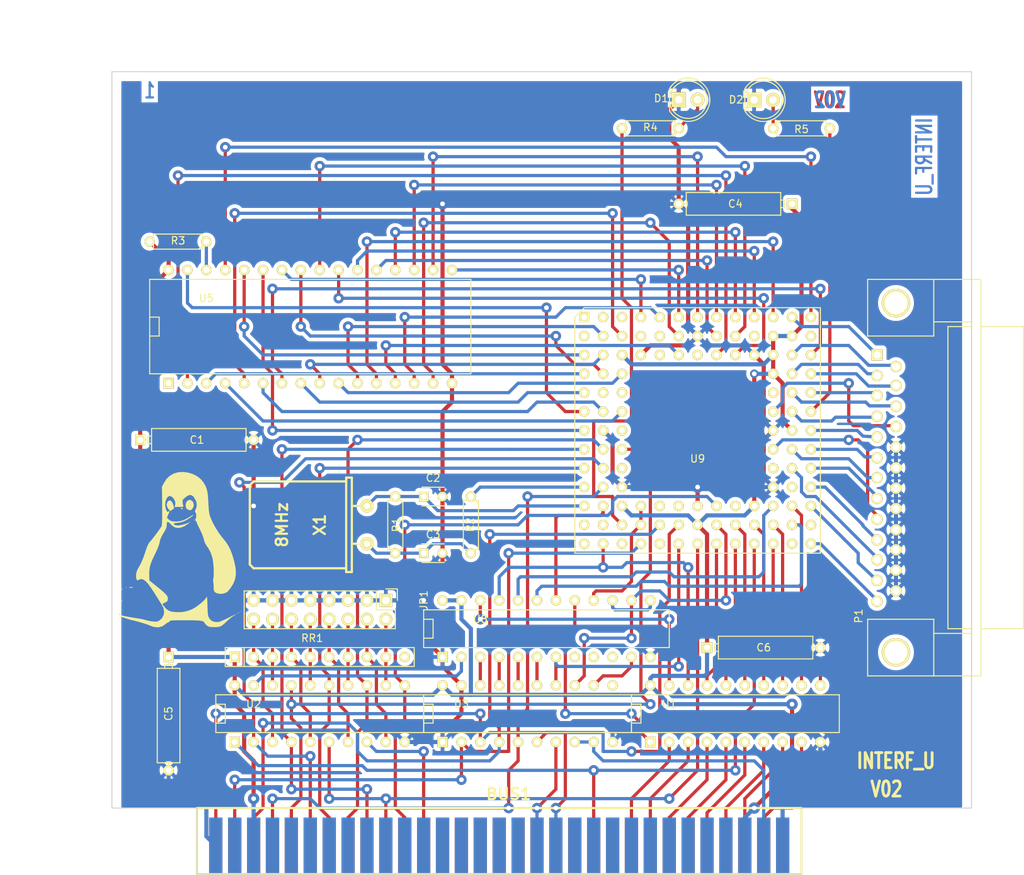
<source format=kicad_pcb>
(kicad_pcb (version 20221018) (generator pcbnew)
  (title_block (title "Demo") (rev "2.C") (company "Kicad"))
  (layers (0 "F.Cu" signal "Composant") (31 "B.Cu" signal "Cuivre") (34 "B.Paste" user) (35 "F.Paste" user) (36 "B.SilkS" user "B.Silkscreen") (37 "F.SilkS" user "F.Silkscreen") (38 "B.Mask" user) (39 "F.Mask" user) (44 "Edge.Cuts" user))
  (net 0 "")
  (net 1 "/8MH-OUT")
  (net 2 "/ACK")
  (net 3 "/AUTOFD-")
  (net 4 "/BIT0")
  (net 5 "/BIT1")
  (net 6 "/BIT2")
  (net 7 "/BIT3")
  (net 8 "/BIT4")
  (net 9 "/BIT5")
  (net 10 "/BIT6")
  (net 11 "/BIT7")
  (net 12 "/BUST+")
  (net 13 "/CLKLCA")
  (net 14 "/CS1-")
  (net 15 "/D0")
  (net 16 "/D1")
  (net 17 "/D2")
  (net 18 "/D3")
  (net 19 "/D4")
  (net 20 "/D5")
  (net 21 "/D6")
  (net 22 "/D7")
  (net 23 "/DIR")
  (net 24 "/DONE")
  (net 25 "/ENBBUF")
  (net 26 "/ERROR-")
  (net 27 "/INIT-")
  (net 28 "/LED1")
  (net 29 "/LED2")
  (net 30 "/MA0")
  (net 31 "/MA1")
  (net 32 "/MA10")
  (net 33 "/MA11")
  (net 34 "/MA12")
  (net 35 "/MA13")
  (net 36 "/MA14")
  (net 37 "/MA15")
  (net 38 "/MA16")
  (net 39 "/MA2")
  (net 40 "/MA3")
  (net 41 "/MA4")
  (net 42 "/MA5")
  (net 43 "/MA6")
  (net 44 "/MA7")
  (net 45 "/MA8")
  (net 46 "/MA9")
  (net 47 "/MATCHL")
  (net 48 "/MD0")
  (net 49 "/MD1")
  (net 50 "/MD2")
  (net 51 "/MD3")
  (net 52 "/MD4")
  (net 53 "/MD5")
  (net 54 "/MD6")
  (net 55 "/MD7")
  (net 56 "/OE-")
  (net 57 "/PC-A0")
  (net 58 "/PC-A1")
  (net 59 "/PC-A10")
  (net 60 "/PC-A11")
  (net 61 "/PC-A2")
  (net 62 "/PC-A3")
  (net 63 "/PC-A4")
  (net 64 "/PC-A5")
  (net 65 "/PC-A6")
  (net 66 "/PC-A7")
  (net 67 "/PC-A8")
  (net 68 "/PC-A9")
  (net 69 "/PC-AEN")
  (net 70 "/PC-DB0")
  (net 71 "/PC-DB1")
  (net 72 "/PC-DB2")
  (net 73 "/PC-DB3")
  (net 74 "/PC-DB4")
  (net 75 "/PC-DB5")
  (net 76 "/PC-DB6")
  (net 77 "/PC-DB7")
  (net 78 "/PC-IOR")
  (net 79 "/PC-IOW")
  (net 80 "/PC-RD")
  (net 81 "/PC-RST")
  (net 82 "/PC-WR")
  (net 83 "/PE+")
  (net 84 "/PROG-")
  (net 85 "/REF10")
  (net 86 "/REF11")
  (net 87 "/REF4")
  (net 88 "/REF5")
  (net 89 "/REF6")
  (net 90 "/REF7")
  (net 91 "/REF8")
  (net 92 "/REF9")
  (net 93 "/RSTL")
  (net 94 "/SEL_LPT")
  (net 95 "/SLCT+")
  (net 96 "/SLCTIN-")
  (net 97 "/STROBE")
  (net 98 "/WR-")
  (net 99 "/WR_REG")
  (net 100 "GND")
  (net 101 "VCC")
  (net 102 "Net-(C2-Pad1)")
  (net 103 "Net-(C3-Pad1)")
  (net 104 "Net-(R3-Pad1)")
  (net 105 "Net-(U3-Pad15)")
  (net 106 "Net-(U3-Pad16)")
  (net 107 "Net-(U3-Pad17)")
  (net 108 "Net-(U3-Pad18)")
  (net 109 "Net-(BUS1-Pad4)")
  (net 110 "Net-(BUS1-Pad5)")
  (net 111 "Net-(BUS1-Pad6)")
  (net 112 "Net-(BUS1-Pad7)")
  (net 113 "Net-(BUS1-Pad8)")
  (net 114 "Net-(BUS1-Pad9)")
  (net 115 "Net-(BUS1-Pad10)")
  (net 116 "Net-(BUS1-Pad11)")
  (net 117 "Net-(BUS1-Pad12)")
  (net 118 "Net-(BUS1-Pad15)")
  (net 119 "Net-(BUS1-Pad16)")
  (net 120 "Net-(BUS1-Pad17)")
  (net 121 "Net-(BUS1-Pad18)")
  (net 122 "Net-(BUS1-Pad19)")
  (net 123 "Net-(BUS1-Pad20)")
  (net 124 "Net-(BUS1-Pad21)")
  (net 125 "Net-(BUS1-Pad22)")
  (net 126 "Net-(BUS1-Pad23)")
  (net 127 "Net-(BUS1-Pad24)")
  (net 128 "Net-(BUS1-Pad25)")
  (net 129 "Net-(BUS1-Pad26)")
  (net 130 "Net-(BUS1-Pad27)")
  (net 131 "Net-(BUS1-Pad28)")
  (net 132 "Net-(BUS1-Pad30)")
  (net 133 "Net-(BUS1-Pad32)")
  (net 134 "Net-(BUS1-Pad41)")
  (net 135 "Net-(BUS1-Pad43)")
  (net 136 "Net-(BUS1-Pad44)")
  (net 137 "Net-(BUS1-Pad45)")
  (net 138 "Net-(BUS1-Pad46)")
  (net 139 "Net-(BUS1-Pad47)")
  (net 140 "Net-(BUS1-Pad48)")
  (net 141 "Net-(BUS1-Pad49)")
  (net 142 "Net-(BUS1-Pad50)")
  (net 143 "Net-(D1-Pad2)")
  (net 144 "Net-(D2-Pad2)")
  (net 145 "Net-(RR1-Pad10)")
  (net 146 "Net-(U3-Pad11)")
  (net 147 "Net-(U8-Pad8)")
  (net 148 "Net-(U8-Pad9)")
  (net 149 "Net-(U8-Pad10)")
  (net 150 "Net-(U9-PadN1)")
  (net 151 "Net-(U9-PadN3)")
  (net 152 "Net-(U9-PadM1)")
  (net 153 "Net-(U9-PadM2)")
  (net 154 "Net-(U9-PadJ3)")
  (net 155 "Net-(U9-PadE2)")
  (net 156 "Net-(U9-PadE3)")
  (net 157 "Net-(U9-PadC5)")
  (net 158 "Net-(U9-PadB1)")
  (net 159 "Net-(U9-PadB4)")
  (net 160 "Net-(U9-PadB5)")
  (net 161 "Net-(U9-PadB10)")
  (net 162 "Net-(U9-PadB13)")
  (net 163 "Net-(U9-PadA1)")
  (net 164 "Net-(U9-PadA2)")
  (net 165 "Net-(U9-PadA3)")
  (net 166 "Net-(U9-PadN5)")
  (net 167 "Net-(U9-PadN12)")
  (net 168 "Net-(U9-PadL5)")
  (net 169 "Net-(U9-PadL6)")
  (net 170 "Net-(U9-PadL9)")
  (net 171 "Net-(U9-PadK12)")
  (net 172 "Net-(U9-PadJ11)")
  (net 173 "Net-(U9-PadE11)")
  (footprint "BUS_PC" (layer "F.Cu") (at 131.445 138.43)
    (fp_text reference "BUS1")
    (fp_text value "BUSPC" hide)
  )
  (footprint "Discret:R3" (layer "F.Cu") (at 151.765 41.91 180)
    (fp_text reference "R4")
    (fp_text value "330" hide)
  )
  (footprint "Discret:R3" (layer "F.Cu") (at 172.085 41.91)
    (fp_text reference "R5")
    (fp_text value "330" hide)
  )
  (footprint "LEDs:LED-5MM" (layer "F.Cu") (at 155.58 38.06)
    (fp_text reference "D1")
    (fp_text value "LED" hide)
  )
  (footprint "LEDs:LED-5MM" (layer "F.Cu") (at 165.71 38.08)
    (fp_text reference "D2")
    (fp_text value "LED" hide)
  )
  (footprint "Sockets:PGA120" (layer "F.Cu") (at 158.115 82.55 180)
    (fp_text reference "U9")
    (fp_text value "4003APG120" hide)
  )
  (footprint "Discret:CP6" (layer "F.Cu") (at 167.005 111.76)
    (fp_text reference "C6")
    (fp_text value "47uF" hide)
  )
  (footprint "Discret:CP6" (layer "F.Cu") (at 86.995 120.65 -90)
    (fp_text reference "C5")
    (fp_text value "47uF" hide)
  )
  (footprint "Discret:CP6" (layer "F.Cu") (at 163.195 52.07 180)
    (fp_text reference "C4")
    (fp_text value "47uF" hide)
  )
  (footprint "Discret:CP6" (layer "F.Cu") (at 90.805 83.82)
    (fp_text reference "C1")
    (fp_text value "47uF" hide)
  )
  (footprint "Discret:R3" (layer "F.Cu") (at 117.475 95.25 90)
    (fp_text reference "R1")
    (fp_text value "100K" hide)
  )
  (footprint "Discret:R3" (layer "F.Cu") (at 127.635 95.25 -90)
    (fp_text reference "R2")
    (fp_text value "1K" hide)
  )
  (footprint "HC-18UH" (layer "F.Cu") (at 113.665 95.25 -90)
    (fp_text reference "X1")
    (fp_text value "8MHz")
  )
  (footprint "Capacitors_ThroughHole:C_Disc_D3_P2.5" (layer "F.Cu") (at 121.305 91.44)
    (fp_text reference "C2")
    (fp_text value "47pF" hide)
  )
  (footprint "Capacitors_ThroughHole:C_Disc_D3_P2.5" (layer "F.Cu") (at 121.305 99.06)
    (fp_text reference "C3")
    (fp_text value "47pF" hide)
  )
  (footprint "Sockets_DIP:DIP-32__600" (layer "F.Cu") (at 106.045 68.58)
    (fp_text reference "U5")
    (fp_text value "628128" hide)
  )
  (footprint "Discret:R3" (layer "F.Cu") (at 88.265 57.15 180)
    (fp_text reference "R3")
    (fp_text value "10K")
  )
  (footprint "Connect:DB25FC" (layer "F.Cu") (at 183.515 88.9 -90)
    (fp_text reference "P1")
    (fp_text value "DB25FEMELLE" hide)
  )
  (footprint "Discret:r_pack9" (layer "F.Cu") (at 107.315 113.03)
    (fp_text reference "RR1")
    (fp_text value "9x1K" hide)
  )
  (footprint "Pin_Headers:Pin_Header_Straight_2x08" (layer "F.Cu") (at 116.205 105.41 -90)
    (fp_text reference "JP1")
    (fp_text value "CONN_8X2" hide)
  )
  (footprint "Sockets_DIP:DIP-20__300" (layer "F.Cu") (at 163.195 120.65)
    (fp_text reference "U1")
    (fp_text value "74LS245" hide)
  )
  (footprint "Sockets_DIP:DIP-20__300" (layer "F.Cu") (at 107.315 120.65)
    (fp_text reference "U2")
    (fp_text value "74LS688" hide)
  )
  (footprint "Sockets_DIP:DIP-20__300" (layer "F.Cu") (at 135.255 120.65)
    (fp_text reference "U3")
    (fp_text value "74LS541" hide)
  )
  (footprint "Sockets_DIP:DIP-24__300" (layer "F.Cu") (at 137.795 109.22)
    (fp_text reference "U8")
    (fp_text value "EP600" hide)
  )
  (footprint "LOGO" (layer "F.Cu") (at 89.027 98.552)
    (fp_text reference "G***" hide)
    (fp_text value "LOGO" hide)
  )
  (gr_line (start 172.085 142.24) (end 172.085 133.35) (stroke (width 0.127)) (layer "Edge.Cuts"))
  (gr_line (start 79.375 133.35) (end 79.375 34.29) (stroke (width 0.127)) (layer "Edge.Cuts"))
  (gr_line (start 90.805 142.24) (end 172.085 142.24) (stroke (width 0.127)) (layer "Edge.Cuts"))
  (gr_line (start 90.805 133.35) (end 90.805 140.97) (stroke (width 0.127)) (layer "Edge.Cuts"))
  (gr_line (start 79.375 34.29) (end 194.945 34.29) (stroke (width 0.127)) (layer "Edge.Cuts"))
  (gr_line (start 90.805 140.97) (end 90.805 142.24) (stroke (width 0.127)) (layer "Edge.Cuts"))
  (gr_line (start 194.945 133.35) (end 194.945 34.29) (stroke (width 0.127)) (layer "Edge.Cuts"))
  (gr_line (start 172.085 133.35) (end 194.945 133.35) (stroke (width 0.127)) (layer "Edge.Cuts"))
  (gr_line (start 90.805 133.35) (end 79.375 133.35) (stroke (width 0.127)) (layer "Edge.Cuts"))
  (gr_text "V02" (at 175.895 38.1) (layer "F.Cu") (effects (font (size 2.032 1.524) (thickness 0.381))))
  (gr_text "INTERF_U" (at 183.515 45.72 90) (layer "F.Cu") (effects (font (size 2.032 1.524) (thickness 0.3048))))
  (gr_text "2" (at 81.915 39.37) (layer "F.Cu") (effects (font (size 2.032 1.524) (thickness 0.3048))))
  (gr_text "1" (at 84.455 36.83) (layer "B.Cu") (effects (font (size 2.032 1.524) (thickness 0.3048)) (justify mirror)))
  (gr_text "INTERF_U" (at 188.595 45.72 90) (layer "B.Cu") (effects (font (size 2.032 1.524) (thickness 0.3048)) (justify mirror)))
  (gr_text "V02" (at 175.895 38.1) (layer "B.Cu") (effects (font (size 2.032 1.524) (thickness 0.381)) (justify mirror)))
  (gr_text "V02" (at 183.515 130.81) (layer "F.SilkS") (effects (font (size 2.032 1.524) (thickness 0.381))))
  (gr_text "INTERF_U" (at 184.785 127) (layer "F.SilkS") (effects (font (size 2.032 1.524) (thickness 0.381))))
  (segment (start 128.905 90.17) (end 142.875 90.17) (width 0.4318) (layer "B.Cu") (net 1))
  (segment (start 127.635 91.44) (end 128.905 90.17) (width 0.4318) (layer "B.Cu") (net 1))
  (segment (start 180.34 95.25) (end 175.26 90.17) (width 0.4318) (layer "B.Cu") (net 2))
  (segment (start 173.355 90.17) (end 175.26 90.17) (width 0.4318) (layer "B.Cu") (net 2))
  (segment (start 180.34 95.25) (end 180.34 95.377) (width 0.4318) (layer "B.Cu") (net 2))
  (segment (start 182.245 97.282) (end 180.34 95.377) (width 0.4318) (layer "B.Cu") (net 2))
  (segment (start 184.785 73.787) (end 184.785 73.9648) (width 0.4318) (layer "B.Cu") (net 3))
  (segment (start 172.085 71.12) (end 178.435 71.12) (width 0.4318) (layer "B.Cu") (net 3))
  (segment (start 170.815 72.39) (end 172.085 71.12) (width 0.4318) (layer "B.Cu") (net 3))
  (segment (start 178.435 71.12) (end 181.102 73.787) (width 0.4318) (layer "B.Cu") (net 3))
  (segment (start 181.102 73.787) (end 184.785 73.787) (width 0.4318) (layer "B.Cu") (net 3))
  (segment (start 179.705 73.66) (end 180.975 74.93) (width 0.4318) (layer "B.Cu") (net 4))
  (segment (start 172.085 73.66) (end 179.705 73.66) (width 0.4318) (layer "B.Cu") (net 4))
  (segment (start 182.245 74.93) (end 182.245 75.184) (width 0.4318) (layer "B.Cu") (net 4))
  (segment (start 180.975 74.93) (end 182.245 74.93) (width 0.4318) (layer "B.Cu") (net 4))
  (segment (start 170.815 74.93) (end 172.085 73.66) (width 0.4318) (layer "B.Cu") (net 4))
  (segment (start 173.355 77.47) (end 182.245 77.47) (width 0.4318) (layer "B.Cu") (net 5))
  (segment (start 182.245 77.47) (end 182.245 77.851) (width 0.4318) (layer "B.Cu") (net 5))
  (segment (start 176.149 81.28) (end 176.657 80.772) (width 0.4318) (layer "B.Cu") (net 6))
  (segment (start 172.085 81.28) (end 176.149 81.28) (width 0.4318) (layer "B.Cu") (net 6))
  (segment (start 176.657 80.772) (end 182.245 80.772) (width 0.4318) (layer "B.Cu") (net 6))
  (segment (start 182.245 80.772) (end 182.245 80.645) (width 0.4318) (layer "B.Cu") (net 6))
  (segment (start 170.815 80.01) (end 172.085 81.28) (width 0.4318) (layer "B.Cu") (net 6))
  (segment (start 180.34 83.312) (end 182.245 83.439) (width 0.4318) (layer "B.Cu") (net 7))
  (segment (start 173.355 82.55) (end 179.578 82.55) (width 0.4318) (layer "B.Cu") (net 7))
  (segment (start 179.578 82.55) (end 180.34 83.312) (width 0.4318) (layer "B.Cu") (net 7))
  (segment (start 179.578 85.09) (end 180.594 86.106) (width 0.4318) (layer "B.Cu") (net 8))
  (segment (start 173.355 85.09) (end 179.578 85.09) (width 0.4318) (layer "B.Cu") (net 8))
  (segment (start 180.594 86.106) (end 182.245 86.106) (width 0.4318) (layer "B.Cu") (net 8))
  (segment (start 182.245 86.106) (end 182.245 86.233) (width 0.4318) (layer "B.Cu") (net 8))
  (segment (start 178.435 86.36) (end 180.975 88.9) (width 0.4318) (layer "B.Cu") (net 9))
  (segment (start 180.975 88.9) (end 182.245 88.9) (width 0.4318) (layer "B.Cu") (net 9))
  (segment (start 172.085 86.36) (end 178.435 86.36) (width 0.4318) (layer "B.Cu") (net 9))
  (segment (start 170.815 85.09) (end 172.085 86.36) (width 0.4318) (layer "B.Cu") (net 9))
  (segment (start 173.355 87.63) (end 178.435 87.63) (width 0.4318) (layer "B.Cu") (net 10))
  (segment (start 178.435 87.63) (end 182.245 91.44) (width 0.4318) (layer "B.Cu") (net 10))
  (segment (start 182.245 91.44) (end 182.245 91.694) (width 0.4318) (layer "B.Cu") (net 10))
  (segment (start 180.975 92.71) (end 182.245 93.98) (width 0.4318) (layer "F.Cu") (net 11))
  (segment (start 182.245 93.98) (end 182.245 94.488) (width 0.4318) (layer "F.Cu") (net 11))
  (segment (start 180.975 85.09) (end 180.975 92.71) (width 0.4318) (layer "F.Cu") (net 11))
  (segment (start 179.705 83.82) (end 180.975 85.09) (width 0.4318) (layer "F.Cu") (net 11))
  (segment (start 178.435 83.82) (end 179.705 83.82) (width 0.4318) (layer "F.Cu") (net 11))
  (via (at 178.435 83.82) (size 1.397) (drill 0.635) (layers "F.Cu" "B.Cu") (net 11))
  (segment (start 169.545 83.82) (end 178.435 83.82) (width 0.4318) (layer "B.Cu") (net 11))
  (segment (start 168.275 85.09) (end 169.545 83.82) (width 0.4318) (layer "B.Cu") (net 11))
  (segment (start 172.085 90.805) (end 172.72 91.44) (width 0.4318) (layer "B.Cu") (net 12))
  (segment (start 182.245 99.695) (end 182.245 99.949) (width 0.4318) (layer "B.Cu") (net 12))
  (segment (start 173.99 91.44) (end 182.245 99.695) (width 0.4318) (layer "B.Cu") (net 12))
  (segment (start 170.815 87.63) (end 172.085 88.9) (width 0.4318) (layer "B.Cu") (net 12))
  (segment (start 172.085 88.9) (end 172.085 90.805) (width 0.4318) (layer "B.Cu") (net 12))
  (segment (start 172.72 91.44) (end 173.99 91.44) (width 0.4318) (layer "B.Cu") (net 12))
  (segment (start 144.4625 104.14) (end 144.145 104.4575) (width 0.4318) (layer "F.Cu") (net 13))
  (segment (start 150.495 95.25) (end 149.225 96.52) (width 0.4318) (layer "F.Cu") (net 13))
  (segment (start 147.955 104.14) (end 144.4625 104.14) (width 0.4318) (layer "F.Cu") (net 13))
  (segment (start 144.145 104.4575) (end 144.145 105.41) (width 0.4318) (layer "F.Cu") (net 13))
  (segment (start 150.495 92.71) (end 150.495 95.25) (width 0.4318) (layer "F.Cu") (net 13))
  (segment (start 149.225 96.52) (end 149.225 102.87) (width 0.4318) (layer "F.Cu") (net 13))
  (segment (start 149.225 102.87) (end 147.955 104.14) (width 0.4318) (layer "F.Cu") (net 13))
  (segment (start 165.735 67.31) (end 165.735 58.42) (width 0.4318) (layer "F.Cu") (net 14))
  (via (at 165.735 58.42) (size 1.397) (drill 0.635) (layers "F.Cu" "B.Cu") (net 14))
  (segment (start 113.665 58.42) (end 112.395 59.69) (width 0.4318) (layer "B.Cu") (net 14))
  (segment (start 112.395 59.69) (end 112.395 60.96) (width 0.4318) (layer "B.Cu") (net 14))
  (segment (start 165.735 58.42) (end 113.665 58.42) (width 0.4318) (layer "B.Cu") (net 14))
  (segment (start 145.415 100.965) (end 145.415 97.79) (width 0.4318) (layer "F.Cu") (net 15))
  (segment (start 156.845 100.965) (end 156.845 116.84) (width 0.4318) (layer "F.Cu") (net 15))
  (via (at 156.845 100.965) (size 1.397) (drill 0.635) (layers "F.Cu" "B.Cu") (net 15))
  (via (at 145.415 100.965) (size 1.397) (drill 0.635) (layers "F.Cu" "B.Cu") (net 15))
  (segment (start 131.445 105.41) (end 131.445 102.235) (width 0.4318) (layer "B.Cu") (net 15))
  (segment (start 145.415 100.965) (end 147.955 100.965) (width 0.4318) (layer "B.Cu") (net 15))
  (segment (start 131.445 102.235) (end 132.715 100.965) (width 0.4318) (layer "B.Cu") (net 15))
  (segment (start 156.21 100.33) (end 156.845 100.965) (width 0.4318) (layer "B.Cu") (net 15))
  (segment (start 148.59 100.33) (end 156.21 100.33) (width 0.4318) (layer "B.Cu") (net 15))
  (segment (start 132.715 100.965) (end 145.415 100.965) (width 0.4318) (layer "B.Cu") (net 15))
  (segment (start 147.955 100.965) (end 148.59 100.33) (width 0.4318) (layer "B.Cu") (net 15))
  (segment (start 159.385 116.84) (end 159.385 115.57) (width 0.4318) (layer "F.Cu") (net 16))
  (segment (start 159.385 115.57) (end 161.29 113.665) (width 0.4318) (layer "F.Cu") (net 16))
  (segment (start 161.29 107.315) (end 160.655 106.68) (width 0.4318) (layer "F.Cu") (net 16))
  (segment (start 161.29 113.665) (end 161.29 107.315) (width 0.4318) (layer "F.Cu") (net 16))
  (segment (start 160.655 106.68) (end 160.655 97.79) (width 0.4318) (layer "F.Cu") (net 16))
  (segment (start 163.195 114.3) (end 161.925 115.57) (width 0.4318) (layer "F.Cu") (net 17))
  (segment (start 163.195 97.79) (end 163.195 114.3) (width 0.4318) (layer "F.Cu") (net 17))
  (segment (start 161.925 115.57) (end 161.925 116.84) (width 0.4318) (layer "F.Cu") (net 17))
  (segment (start 163.195 95.25) (end 164.465 96.52) (width 0.4318) (layer "F.Cu") (net 18))
  (segment (start 164.465 96.52) (end 164.465 116.84) (width 0.4318) (layer "F.Cu") (net 18))
  (segment (start 167.005 96.52) (end 167.005 116.84) (width 0.4318) (layer "F.Cu") (net 19))
  (segment (start 165.735 95.25) (end 167.005 96.52) (width 0.4318) (layer "F.Cu") (net 19))
  (segment (start 168.275 112.395) (end 169.545 113.665) (width 0.4318) (layer "F.Cu") (net 20))
  (segment (start 169.545 113.665) (end 169.545 116.84) (width 0.4318) (layer "F.Cu") (net 20))
  (segment (start 168.275 97.79) (end 168.275 112.395) (width 0.4318) (layer "F.Cu") (net 20))
  (segment (start 172.085 114.3) (end 172.085 116.84) (width 0.4318) (layer "F.Cu") (net 21))
  (segment (start 168.275 95.25) (end 169.545 96.52) (width 0.4318) (layer "F.Cu") (net 21))
  (segment (start 169.545 96.52) (end 169.545 111.76) (width 0.4318) (layer "F.Cu") (net 21))
  (segment (start 169.545 111.76) (end 172.085 114.3) (width 0.4318) (layer "F.Cu") (net 21))
  (segment (start 172.085 93.98) (end 172.085 112.395) (width 0.4318) (layer "F.Cu") (net 22))
  (segment (start 172.085 112.395) (end 174.625 114.935) (width 0.4318) (layer "F.Cu") (net 22))
  (segment (start 170.815 92.71) (end 172.085 93.98) (width 0.4318) (layer "F.Cu") (net 22))
  (segment (start 174.625 114.935) (end 174.625 116.84) (width 0.4318) (layer "F.Cu") (net 22))
  (segment (start 150.495 121.92) (end 150.495 123.19) (width 0.4318) (layer "F.Cu") (net 23))
  (segment (start 141.605 109.22) (end 140.335 110.49) (width 0.4318) (layer "F.Cu") (net 23))
  (segment (start 140.335 110.49) (end 140.335 120.65) (width 0.4318) (layer "F.Cu") (net 23))
  (segment (start 149.225 120.65) (end 150.495 121.92) (width 0.4318) (layer "F.Cu") (net 23))
  (segment (start 150.495 123.19) (end 151.765 124.46) (width 0.4318) (layer "F.Cu") (net 23))
  (segment (start 141.605 105.41) (end 141.605 109.22) (width 0.4318) (layer "F.Cu") (net 23))
  (via (at 140.335 120.65) (size 1.397) (drill 0.635) (layers "F.Cu" "B.Cu") (net 23))
  (via (at 149.225 120.65) (size 1.397) (drill 0.635) (layers "F.Cu" "B.Cu") (net 23))
  (segment (start 140.335 120.65) (end 149.225 120.65) (width 0.4318) (layer "B.Cu") (net 23))
  (segment (start 133.985 102.5525) (end 134.3025 102.235) (width 0.4318) (layer "B.Cu") (net 24))
  (segment (start 167.005 101.6) (end 167.005 93.98) (width 0.4318) (layer "B.Cu") (net 24))
  (segment (start 154.94 102.235) (end 166.37 102.235) (width 0.4318) (layer "B.Cu") (net 24))
  (segment (start 154.305 101.6) (end 154.94 102.235) (width 0.4318) (layer "B.Cu") (net 24))
  (segment (start 167.005 93.98) (end 168.275 92.71) (width 0.4318) (layer "B.Cu") (net 24))
  (segment (start 133.985 105.41) (end 133.985 102.5525) (width 0.4318) (layer "B.Cu") (net 24))
  (segment (start 149.86 101.6) (end 154.305 101.6) (width 0.4318) (layer "B.Cu") (net 24))
  (segment (start 134.3025 102.235) (end 149.225 102.235) (width 0.4318) (layer "B.Cu") (net 24))
  (segment (start 166.37 102.235) (end 167.005 101.6) (width 0.4318) (layer "B.Cu") (net 24))
  (segment (start 149.225 102.235) (end 149.86 101.6) (width 0.4318) (layer "B.Cu") (net 24))
  (segment (start 154.305 107.95) (end 154.305 116.84) (width 0.4318) (layer "F.Cu") (net 25))
  (segment (start 128.905 105.41) (end 128.905 107.95) (width 0.4318) (layer "F.Cu") (net 25))
  (via (at 154.305 107.95) (size 1.397) (drill 0.635) (layers "F.Cu" "B.Cu") (net 25))
  (via (at 128.905 107.95) (size 1.397) (drill 0.635) (layers "F.Cu" "B.Cu") (net 25))
  (segment (start 128.905 107.95) (end 154.305 107.95) (width 0.4318) (layer "B.Cu") (net 25))
  (segment (start 173.355 74.93) (end 179.451 74.93) (width 0.4318) (layer "B.Cu") (net 26))
  (segment (start 179.451 74.93) (end 181.102 76.581) (width 0.4318) (layer "B.Cu") (net 26))
  (segment (start 184.785 76.5048) (end 184.785 76.581) (width 0.4318) (layer "B.Cu") (net 26))
  (segment (start 181.102 76.581) (end 184.785 76.581) (width 0.4318) (layer "B.Cu") (net 26))
  (segment (start 181.229 79.248) (end 184.785 79.248) (width 0.4318) (layer "B.Cu") (net 27))
  (segment (start 184.785 79.248) (end 184.785 79.2988) (width 0.4318) (layer "B.Cu") (net 27))
  (segment (start 172.085 78.74) (end 180.721 78.74) (width 0.4318) (layer "B.Cu") (net 27))
  (segment (start 180.721 78.74) (end 181.229 79.248) (width 0.4318) (layer "B.Cu") (net 27))
  (segment (start 170.815 77.47) (end 172.085 78.74) (width 0.4318) (layer "B.Cu") (net 27))
  (segment (start 149.225 81.28) (end 149.225 66.04) (width 0.4318) (layer "F.Cu") (net 28))
  (segment (start 146.685 91.44) (end 144.145 91.44) (width 0.4318) (layer "F.Cu") (net 28))
  (segment (start 144.145 81.28) (end 149.225 81.28) (width 0.4318) (layer "F.Cu") (net 28))
  (segment (start 147.955 64.77) (end 147.955 41.91) (width 0.4318) (layer "F.Cu") (net 28))
  (segment (start 147.955 95.25) (end 146.685 93.98) (width 0.4318) (layer "F.Cu") (net 28))
  (segment (start 146.685 93.98) (end 146.685 91.44) (width 0.4318) (layer "F.Cu") (net 28))
  (segment (start 149.225 66.04) (end 147.955 64.77) (width 0.4318) (layer "F.Cu") (net 28))
  (segment (start 144.145 91.44) (end 144.145 81.28) (width 0.4318) (layer "F.Cu") (net 28))
  (segment (start 175.895 77.47) (end 175.895 41.91) (width 0.4318) (layer "F.Cu") (net 29))
  (segment (start 173.355 80.01) (end 175.895 77.47) (width 0.4318) (layer "F.Cu") (net 29))
  (segment (start 114.935 76.2) (end 114.935 74.93) (width 0.4318) (layer "F.Cu") (net 30))
  (segment (start 168.275 67.31) (end 168.275 57.15) (width 0.4318) (layer "F.Cu") (net 30))
  (segment (start 114.935 74.93) (end 113.665 73.66) (width 0.4318) (layer "F.Cu") (net 30))
  (segment (start 113.665 57.15) (end 113.665 73.66) (width 0.4318) (layer "F.Cu") (net 30))
  (via (at 113.665 57.15) (size 1.397) (drill 0.635) (layers "F.Cu" "B.Cu") (net 30))
  (via (at 168.275 57.15) (size 1.397) (drill 0.635) (layers "F.Cu" "B.Cu") (net 30))
  (segment (start 168.275 57.15) (end 113.665 57.15) (width 0.4318) (layer "B.Cu") (net 30))
  (segment (start 112.395 74.93) (end 111.125 73.66) (width 0.4318) (layer "F.Cu") (net 31))
  (segment (start 111.125 73.66) (end 111.125 68.58) (width 0.4318) (layer "F.Cu") (net 31))
  (segment (start 112.395 76.2) (end 112.395 74.93) (width 0.4318) (layer "F.Cu") (net 31))
  (via (at 111.125 68.58) (size 1.397) (drill 0.635) (layers "F.Cu" "B.Cu") (net 31))
  (segment (start 145.415 69.85) (end 144.145 68.58) (width 0.4318) (layer "B.Cu") (net 31))
  (segment (start 144.145 68.58) (end 111.125 68.58) (width 0.4318) (layer "B.Cu") (net 31))
  (segment (start 163.195 72.39) (end 164.465 71.12) (width 0.4318) (layer "F.Cu") (net 32))
  (segment (start 109.855 64.77) (end 109.855 60.96) (width 0.4318) (layer "F.Cu") (net 32))
  (segment (start 164.465 71.12) (end 167.005 71.12) (width 0.4318) (layer "F.Cu") (net 32))
  (segment (start 167.005 71.12) (end 167.005 64.77) (width 0.4318) (layer "F.Cu") (net 32))
  (via (at 167.005 64.77) (size 1.397) (drill 0.635) (layers "F.Cu" "B.Cu") (net 32))
  (via (at 109.855 64.77) (size 1.397) (drill 0.635) (layers "F.Cu" "B.Cu") (net 32))
  (segment (start 167.005 64.77) (end 109.855 64.77) (width 0.4318) (layer "B.Cu") (net 32))
  (segment (start 141.605 73.66) (end 139.065 71.12) (width 0.4318) (layer "F.Cu") (net 33))
  (segment (start 139.065 71.12) (end 139.065 69.85) (width 0.4318) (layer "F.Cu") (net 33))
  (segment (start 144.145 73.66) (end 141.605 73.66) (width 0.4318) (layer "F.Cu") (net 33))
  (segment (start 104.775 68.58) (end 104.775 60.96) (width 0.4318) (layer "F.Cu") (net 33))
  (segment (start 145.415 74.93) (end 144.145 73.66) (width 0.4318) (layer "F.Cu") (net 33))
  (via (at 139.065 69.85) (size 1.397) (drill 0.635) (layers "F.Cu" "B.Cu") (net 33))
  (via (at 104.775 68.58) (size 1.397) (drill 0.635) (layers "F.Cu" "B.Cu") (net 33))
  (segment (start 139.065 69.85) (end 106.045 69.85) (width 0.4318) (layer "B.Cu") (net 33))
  (segment (start 106.045 69.85) (end 104.775 68.58) (width 0.4318) (layer "B.Cu") (net 33))
  (segment (start 146.685 81.28) (end 99.695 81.28) (width 0.4318) (layer "B.Cu") (net 34))
  (segment (start 94.615 76.2) (end 94.615 76.2) (width 0.4318) (layer "B.Cu") (net 34))
  (segment (start 99.695 81.28) (end 94.615 76.2) (width 0.4318) (layer "B.Cu") (net 34))
  (segment (start 147.955 80.01) (end 146.685 81.28) (width 0.4318) (layer "B.Cu") (net 34))
  (segment (start 97.155 68.58) (end 97.155 60.96) (width 0.4318) (layer "F.Cu") (net 35))
  (via (at 97.155 68.58) (size 1.397) (drill 0.635) (layers "F.Cu" "B.Cu") (net 35))
  (segment (start 142.875 72.39) (end 99.695 72.39) (width 0.4318) (layer "B.Cu") (net 35))
  (segment (start 99.695 72.39) (end 97.155 69.85) (width 0.4318) (layer "B.Cu") (net 35))
  (segment (start 97.155 69.85) (end 97.155 68.58) (width 0.4318) (layer "B.Cu") (net 35))
  (segment (start 142.875 74.93) (end 93.345 74.93) (width 0.4318) (layer "B.Cu") (net 36))
  (segment (start 93.345 74.93) (end 92.075 76.2) (width 0.4318) (layer "B.Cu") (net 36))
  (segment (start 137.795 77.47) (end 140.335 80.01) (width 0.4318) (layer "F.Cu") (net 37))
  (segment (start 140.335 80.01) (end 142.875 80.01) (width 0.4318) (layer "F.Cu") (net 37))
  (segment (start 137.795 66.04) (end 137.795 77.47) (width 0.4318) (layer "F.Cu") (net 37))
  (via (at 137.795 66.04) (size 1.397) (drill 0.635) (layers "F.Cu" "B.Cu") (net 37))
  (segment (start 137.795 66.04) (end 90.17 66.04) (width 0.4318) (layer "B.Cu") (net 37))
  (segment (start 90.17 66.04) (end 89.535 65.405) (width 0.4318) (layer "B.Cu") (net 37))
  (segment (start 89.535 60.96) (end 89.535 65.405) (width 0.4318) (layer "B.Cu") (net 37))
  (segment (start 161.925 48.26) (end 161.925 71.12) (width 0.4318) (layer "F.Cu") (net 38))
  (segment (start 88.265 48.26) (end 88.265 73.66) (width 0.4318) (layer "F.Cu") (net 38))
  (segment (start 89.535 74.93) (end 89.535 76.2) (width 0.4318) (layer "F.Cu") (net 38))
  (segment (start 161.925 71.12) (end 160.655 72.39) (width 0.4318) (layer "F.Cu") (net 38))
  (segment (start 88.265 73.66) (end 89.535 74.93) (width 0.4318) (layer "F.Cu") (net 38))
  (via (at 88.265 48.26) (size 1.397) (drill 0.635) (layers "F.Cu" "B.Cu") (net 38))
  (via (at 161.925 48.26) (size 1.397) (drill 0.635) (layers "F.Cu" "B.Cu") (net 38))
  (segment (start 161.925 48.26) (end 88.265 48.26) (width 0.4318) (layer "B.Cu") (net 38))
  (segment (start 147.955 74.93) (end 146.685 76.2) (width 0.4318) (layer "B.Cu") (net 39))
  (segment (start 111.125 77.47) (end 109.855 76.2) (width 0.4318) (layer "B.Cu") (net 39))
  (segment (start 132.715 77.47) (end 111.125 77.47) (width 0.4318) (layer "B.Cu") (net 39))
  (segment (start 133.985 76.2) (end 132.715 77.47) (width 0.4318) (layer "B.Cu") (net 39))
  (segment (start 146.685 76.2) (end 133.985 76.2) (width 0.4318) (layer "B.Cu") (net 39))
  (segment (start 107.315 74.93) (end 106.045 73.66) (width 0.4318) (layer "F.Cu") (net 40))
  (segment (start 107.315 76.2) (end 107.315 74.93) (width 0.4318) (layer "F.Cu") (net 40))
  (via (at 106.045 73.66) (size 1.397) (drill 0.635) (layers "F.Cu" "B.Cu") (net 40))
  (segment (start 144.145 73.66) (end 106.045 73.66) (width 0.4318) (layer "B.Cu") (net 40))
  (segment (start 145.415 72.39) (end 144.145 73.66) (width 0.4318) (layer "B.Cu") (net 40))
  (segment (start 107.315 78.74) (end 104.775 76.2) (width 0.4318) (layer "B.Cu") (net 41))
  (segment (start 142.875 77.47) (end 135.255 77.47) (width 0.4318) (layer "B.Cu") (net 41))
  (segment (start 135.255 77.47) (end 133.985 78.74) (width 0.4318) (layer "B.Cu") (net 41))
  (segment (start 133.985 78.74) (end 107.315 78.74) (width 0.4318) (layer "B.Cu") (net 41))
  (segment (start 102.235 76.2) (end 102.235 74.93) (width 0.4318) (layer "F.Cu") (net 42))
  (segment (start 174.625 71.12) (end 173.355 72.39) (width 0.4318) (layer "F.Cu") (net 42))
  (segment (start 174.625 63.5) (end 174.625 71.12) (width 0.4318) (layer "F.Cu") (net 42))
  (segment (start 102.235 74.93) (end 100.965 73.66) (width 0.4318) (layer "F.Cu") (net 42))
  (segment (start 100.965 73.66) (end 100.965 63.5) (width 0.4318) (layer "F.Cu") (net 42))
  (via (at 174.625 63.5) (size 1.397) (drill 0.635) (layers "F.Cu" "B.Cu") (net 42))
  (via (at 100.965 63.5) (size 1.397) (drill 0.635) (layers "F.Cu" "B.Cu") (net 42))
  (segment (start 100.965 63.5) (end 174.625 63.5) (width 0.4318) (layer "B.Cu") (net 42))
  (segment (start 136.525 78.74) (end 135.255 80.01) (width 0.4318) (layer "B.Cu") (net 43))
  (segment (start 144.145 78.74) (end 136.525 78.74) (width 0.4318) (layer "B.Cu") (net 43))
  (segment (start 102.235 80.01) (end 99.695 77.47) (width 0.4318) (layer "B.Cu") (net 43))
  (segment (start 145.415 80.01) (end 144.145 78.74) (width 0.4318) (layer "B.Cu") (net 43))
  (segment (start 99.695 77.47) (end 99.695 76.2) (width 0.4318) (layer "B.Cu") (net 43))
  (segment (start 135.255 80.01) (end 102.235 80.01) (width 0.4318) (layer "B.Cu") (net 43))
  (segment (start 97.155 76.2) (end 97.155 74.93) (width 0.4318) (layer "F.Cu") (net 44))
  (segment (start 95.885 53.34) (end 95.885 73.66) (width 0.4318) (layer "F.Cu") (net 44))
  (segment (start 147.955 69.85) (end 146.685 68.58) (width 0.4318) (layer "F.Cu") (net 44))
  (segment (start 97.155 74.93) (end 95.885 73.66) (width 0.4318) (layer "F.Cu") (net 44))
  (segment (start 146.685 68.58) (end 146.685 53.34) (width 0.4318) (layer "F.Cu") (net 44))
  (via (at 146.685 53.34) (size 1.397) (drill 0.635) (layers "F.Cu" "B.Cu") (net 44))
  (via (at 95.885 53.34) (size 1.397) (drill 0.635) (layers "F.Cu" "B.Cu") (net 44))
  (segment (start 146.685 53.34) (end 95.885 53.34) (width 0.4318) (layer "B.Cu") (net 44))
  (segment (start 100.965 74.93) (end 99.695 73.66) (width 0.4318) (layer "F.Cu") (net 45))
  (segment (start 100.965 82.55) (end 100.965 74.93) (width 0.4318) (layer "F.Cu") (net 45))
  (segment (start 99.695 73.66) (end 99.695 60.96) (width 0.4318) (layer "F.Cu") (net 45))
  (via (at 100.965 82.55) (size 1.397) (drill 0.635) (layers "F.Cu" "B.Cu") (net 45))
  (segment (start 142.875 82.55) (end 100.965 82.55) (width 0.4318) (layer "B.Cu") (net 45))
  (segment (start 150.495 67.31) (end 150.495 62.23) (width 0.4318) (layer "F.Cu") (net 46))
  (via (at 150.495 62.23) (size 1.397) (drill 0.635) (layers "F.Cu" "B.Cu") (net 46))
  (segment (start 103.505 62.23) (end 102.235 60.96) (width 0.4318) (layer "B.Cu") (net 46))
  (segment (start 150.495 62.23) (end 103.505 62.23) (width 0.4318) (layer "B.Cu") (net 46))
  (segment (start 98.425 116.84) (end 99.695 115.57) (width 0.4318) (layer "B.Cu") (net 47))
  (segment (start 99.695 115.57) (end 125.73 115.57) (width 0.4318) (layer "B.Cu") (net 47))
  (segment (start 126.365 114.935) (end 126.365 113.03) (width 0.4318) (layer "B.Cu") (net 47))
  (segment (start 125.73 115.57) (end 126.365 114.935) (width 0.4318) (layer "B.Cu") (net 47))
  (segment (start 117.475 76.2) (end 117.475 74.93) (width 0.4318) (layer "F.Cu") (net 48))
  (segment (start 117.475 74.93) (end 116.205 73.66) (width 0.4318) (layer "F.Cu") (net 48))
  (segment (start 116.205 73.66) (end 116.205 71.12) (width 0.4318) (layer "F.Cu") (net 48))
  (via (at 116.205 71.12) (size 1.397) (drill 0.635) (layers "F.Cu" "B.Cu") (net 48))
  (segment (start 155.575 72.39) (end 154.305 71.12) (width 0.4318) (layer "B.Cu") (net 48))
  (segment (start 154.305 71.12) (end 116.205 71.12) (width 0.4318) (layer "B.Cu") (net 48))
  (segment (start 118.745 67.31) (end 118.745 73.66) (width 0.4318) (layer "F.Cu") (net 49))
  (segment (start 120.015 76.2) (end 120.015 74.93) (width 0.4318) (layer "F.Cu") (net 49))
  (segment (start 120.015 74.93) (end 118.745 73.66) (width 0.4318) (layer "F.Cu") (net 49))
  (via (at 118.745 67.31) (size 1.397) (drill 0.635) (layers "F.Cu" "B.Cu") (net 49))
  (segment (start 153.035 67.31) (end 151.765 66.04) (width 0.4318) (layer "B.Cu") (net 49))
  (segment (start 140.335 66.04) (end 139.065 67.31) (width 0.4318) (layer "B.Cu") (net 49))
  (segment (start 139.065 67.31) (end 118.745 67.31) (width 0.4318) (layer "B.Cu") (net 49))
  (segment (start 151.765 66.04) (end 140.335 66.04) (width 0.4318) (layer "B.Cu") (net 49))
  (segment (start 122.555 76.2) (end 122.555 74.93) (width 0.4318) (layer "F.Cu") (net 50))
  (segment (start 122.555 74.93) (end 121.285 73.66) (width 0.4318) (layer "F.Cu") (net 50))
  (segment (start 154.305 57.15) (end 151.765 54.61) (width 0.4318) (layer "F.Cu") (net 50))
  (segment (start 121.285 73.66) (end 121.285 54.61) (width 0.4318) (layer "F.Cu") (net 50))
  (segment (start 154.305 68.58) (end 154.305 57.15) (width 0.4318) (layer "F.Cu") (net 50))
  (segment (start 155.575 69.85) (end 154.305 68.58) (width 0.4318) (layer "F.Cu") (net 50))
  (via (at 151.765 54.61) (size 1.397) (drill 0.635) (layers "F.Cu" "B.Cu") (net 50))
  (via (at 121.285 54.61) (size 1.397) (drill 0.635) (layers "F.Cu" "B.Cu") (net 50))
  (segment (start 121.285 54.61) (end 151.765 54.61) (width 0.4318) (layer "B.Cu") (net 50))
  (segment (start 155.575 67.31) (end 155.575 60.96) (width 0.4318) (layer "F.Cu") (net 51))
  (via (at 155.575 60.96) (size 1.397) (drill 0.635) (layers "F.Cu" "B.Cu") (net 51))
  (segment (start 155.575 60.96) (end 125.095 60.96) (width 0.4318) (layer "B.Cu") (net 51))
  (segment (start 122.555 60.96) (end 122.555 45.72) (width 0.4318) (layer "F.Cu") (net 52))
  (segment (start 158.115 67.31) (end 158.115 45.72) (width 0.4318) (layer "F.Cu") (net 52))
  (via (at 122.555 45.72) (size 1.397) (drill 0.635) (layers "F.Cu" "B.Cu") (net 52))
  (via (at 158.115 45.72) (size 1.397) (drill 0.635) (layers "F.Cu" "B.Cu") (net 52))
  (segment (start 158.115 45.72) (end 122.555 45.72) (width 0.4318) (layer "B.Cu") (net 52))
  (segment (start 120.015 60.96) (end 120.015 49.53) (width 0.4318) (layer "F.Cu") (net 53))
  (segment (start 160.655 67.31) (end 160.655 49.53) (width 0.4318) (layer "F.Cu") (net 53))
  (via (at 160.655 49.53) (size 1.397) (drill 0.635) (layers "F.Cu" "B.Cu") (net 53))
  (via (at 120.015 49.53) (size 1.397) (drill 0.635) (layers "F.Cu" "B.Cu") (net 53))
  (segment (start 120.015 49.53) (end 160.655 49.53) (width 0.4318) (layer "B.Cu") (net 53))
  (segment (start 163.195 67.31) (end 163.195 55.88) (width 0.4318) (layer "F.Cu") (net 54))
  (segment (start 117.475 60.96) (end 117.475 55.88) (width 0.4318) (layer "F.Cu") (net 54))
  (via (at 163.195 55.88) (size 1.397) (drill 0.635) (layers "F.Cu" "B.Cu") (net 54))
  (via (at 117.475 55.88) (size 1.397) (drill 0.635) (layers "F.Cu" "B.Cu") (net 54))
  (segment (start 117.475 55.88) (end 163.195 55.88) (width 0.4318) (layer "B.Cu") (net 54))
  (segment (start 160.655 69.85) (end 159.385 68.58) (width 0.4318) (layer "F.Cu") (net 55))
  (segment (start 159.385 68.58) (end 159.385 59.69) (width 0.4318) (layer "F.Cu") (net 55))
  (via (at 159.385 59.69) (size 1.397) (drill 0.635) (layers "F.Cu" "B.Cu") (net 55))
  (segment (start 116.205 59.69) (end 114.935 60.96) (width 0.4318) (layer "B.Cu") (net 55))
  (segment (start 159.385 59.69) (end 116.205 59.69) (width 0.4318) (layer "B.Cu") (net 55))
  (segment (start 107.315 46.99) (end 107.315 60.96) (width 0.4318) (layer "F.Cu") (net 56))
  (segment (start 163.195 69.85) (end 164.465 68.58) (width 0.4318) (layer "F.Cu") (net 56))
  (segment (start 164.465 68.58) (end 164.465 46.99) (width 0.4318) (layer "F.Cu") (net 56))
  (via (at 107.315 46.99) (size 1.397) (drill 0.635) (layers "F.Cu" "B.Cu") (net 56))
  (via (at 164.465 46.99) (size 1.397) (drill 0.635) (layers "F.Cu" "B.Cu") (net 56))
  (segment (start 164.465 46.99) (end 107.315 46.99) (width 0.4318) (layer "B.Cu") (net 56))
  (segment (start 155.575 95.25) (end 154.305 96.52) (width 0.4318) (layer "F.Cu") (net 57))
  (segment (start 153.035 106.68) (end 153.035 125.73) (width 0.4318) (layer "F.Cu") (net 57))
  (segment (start 154.305 96.52) (end 154.305 105.41) (width 0.4318) (layer "F.Cu") (net 57))
  (segment (start 93.345 120.65) (end 93.345 138.43) (width 0.4318) (layer "F.Cu") (net 57))
  (segment (start 128.905 124.46) (end 128.905 120.65) (width 0.4318) (layer "F.Cu") (net 57))
  (segment (start 153.035 125.73) (end 149.225 125.73) (width 0.4318) (layer "F.Cu") (net 57))
  (segment (start 154.305 105.41) (end 153.035 106.68) (width 0.4318) (layer "F.Cu") (net 57))
  (via (at 128.905 120.65) (size 1.397) (drill 0.635) (layers "F.Cu" "B.Cu") (net 57))
  (via (at 149.225 125.73) (size 1.397) (drill 0.635) (layers "F.Cu" "B.Cu") (net 57))
  (via (at 93.345 120.65) (size 1.397) (drill 0.635) (layers "F.Cu" "B.Cu") (net 57))
  (segment (start 130.175 123.19) (end 128.905 124.46) (width 0.4318) (layer "B.Cu") (net 57))
  (segment (start 149.225 125.73) (end 145.415 125.73) (width 0.4318) (layer "B.Cu") (net 57))
  (segment (start 145.415 123.19) (end 130.175 123.19) (width 0.4318) (layer "B.Cu") (net 57))
  (segment (start 128.905 120.65) (end 93.345 120.65) (width 0.4318) (layer "B.Cu") (net 57))
  (segment (start 145.415 125.73) (end 145.415 123.19) (width 0.4318) (layer "B.Cu") (net 57))
  (segment (start 127.635 125.73) (end 126.365 124.46) (width 0.4318) (layer "F.Cu") (net 58))
  (segment (start 132.715 125.73) (end 127.635 125.73) (width 0.4318) (layer "F.Cu") (net 58))
  (segment (start 132.715 99.06) (end 132.715 125.73) (width 0.4318) (layer "F.Cu") (net 58))
  (segment (start 126.365 124.46) (end 126.365 129.54) (width 0.4318) (layer "F.Cu") (net 58))
  (segment (start 95.885 129.54) (end 95.885 138.43) (width 0.4318) (layer "F.Cu") (net 58))
  (via (at 95.885 129.54) (size 1.397) (drill 0.635) (layers "F.Cu" "B.Cu") (net 58))
  (via (at 126.365 129.54) (size 1.397) (drill 0.635) (layers "F.Cu" "B.Cu") (net 58))
  (via (at 132.715 99.06) (size 1.397) (drill 0.635) (layers "F.Cu" "B.Cu") (net 58))
  (segment (start 126.365 129.54) (end 95.885 129.54) (width 0.4318) (layer "B.Cu") (net 58))
  (segment (start 150.495 97.79) (end 149.225 99.06) (width 0.4318) (layer "B.Cu") (net 58))
  (segment (start 149.225 99.06) (end 132.715 99.06) (width 0.4318) (layer "B.Cu") (net 58))
  (segment (start 117.475 110.49) (end 117.475 115.57) (width 0.4318) (layer "F.Cu") (net 59))
  (segment (start 117.475 123.19) (end 118.745 121.92) (width 0.4318) (layer "F.Cu") (net 59))
  (segment (start 117.475 115.57) (end 118.745 116.84) (width 0.4318) (layer "F.Cu") (net 59))
  (segment (start 118.745 121.92) (end 118.745 116.84) (width 0.4318) (layer "F.Cu") (net 59))
  (segment (start 117.475 133.35) (end 117.475 123.19) (width 0.4318) (layer "F.Cu") (net 59))
  (segment (start 118.745 138.43) (end 118.745 134.62) (width 0.4318) (layer "F.Cu") (net 59))
  (segment (start 118.745 95.25) (end 118.745 109.22) (width 0.4318) (layer "F.Cu") (net 59))
  (segment (start 118.745 109.22) (end 117.475 110.49) (width 0.4318) (layer "F.Cu") (net 59))
  (segment (start 118.745 134.62) (end 117.475 133.35) (width 0.4318) (layer "F.Cu") (net 59))
  (via (at 118.745 95.25) (size 1.397) (drill 0.635) (layers "F.Cu" "B.Cu") (net 59))
  (segment (start 133.985 95.25) (end 118.745 95.25) (width 0.4318) (layer "B.Cu") (net 59))
  (segment (start 146.05 93.98) (end 135.255 93.98) (width 0.4318) (layer "B.Cu") (net 59))
  (segment (start 147.32 91.44) (end 146.685 92.075) (width 0.4318) (layer "B.Cu") (net 59))
  (segment (start 160.655 92.71) (end 159.385 91.44) (width 0.4318) (layer "B.Cu") (net 59))
  (segment (start 135.255 93.98) (end 133.985 95.25) (width 0.4318) (layer "B.Cu") (net 59))
  (segment (start 159.385 91.44) (end 147.32 91.44) (width 0.4318) (layer "B.Cu") (net 59))
  (segment (start 146.685 93.345) (end 146.05 93.98) (width 0.4318) (layer "B.Cu") (net 59))
  (segment (start 146.685 92.075) (end 146.685 93.345) (width 0.4318) (layer "B.Cu") (net 59))
  (segment (start 121.285 138.43) (end 121.285 125.73) (width 0.4318) (layer "F.Cu") (net 60))
  (via (at 121.285 125.73) (size 1.397) (drill 0.635) (layers "F.Cu" "B.Cu") (net 60))
  (segment (start 114.935 125.73) (end 113.665 124.46) (width 0.4318) (layer "B.Cu") (net 60))
  (segment (start 121.285 125.73) (end 114.935 125.73) (width 0.4318) (layer "B.Cu") (net 60))
  (segment (start 99.695 121.92) (end 99.695 133.35) (width 0.4318) (layer "F.Cu") (net 61))
  (segment (start 99.695 133.35) (end 98.425 134.62) (width 0.4318) (layer "F.Cu") (net 61))
  (segment (start 98.425 134.62) (end 98.425 138.43) (width 0.4318) (layer "F.Cu") (net 61))
  (segment (start 130.175 96.52) (end 130.175 121.285) (width 0.4318) (layer "F.Cu") (net 61))
  (segment (start 130.175 121.285) (end 131.445 122.555) (width 0.4318) (layer "F.Cu") (net 61))
  (segment (start 131.445 122.555) (end 131.445 124.46) (width 0.4318) (layer "F.Cu") (net 61))
  (via (at 130.175 96.52) (size 1.397) (drill 0.635) (layers "F.Cu" "B.Cu") (net 61))
  (via (at 99.695 121.92) (size 1.397) (drill 0.635) (layers "F.Cu" "B.Cu") (net 61))
  (segment (start 130.175 127) (end 113.665 127) (width 0.4318) (layer "B.Cu") (net 61))
  (segment (start 112.395 123.19) (end 111.125 121.92) (width 0.4318) (layer "B.Cu") (net 61))
  (segment (start 131.445 125.73) (end 130.175 127) (width 0.4318) (layer "B.Cu") (net 61))
  (segment (start 153.035 95.25) (end 151.765 96.52) (width 0.4318) (layer "B.Cu") (net 61))
  (segment (start 131.445 124.46) (end 131.445 125.73) (width 0.4318) (layer "B.Cu") (net 61))
  (segment (start 113.665 127) (end 112.395 125.73) (width 0.4318) (layer "B.Cu") (net 61))
  (segment (start 151.765 96.52) (end 130.175 96.52) (width 0.4318) (layer "B.Cu") (net 61))
  (segment (start 112.395 125.73) (end 112.395 123.19) (width 0.4318) (layer "B.Cu") (net 61))
  (segment (start 111.125 121.92) (end 99.695 121.92) (width 0.4318) (layer "B.Cu") (net 61))
  (segment (start 132.715 128.27) (end 132.715 133.35) (width 0.4318) (layer "F.Cu") (net 62))
  (segment (start 133.985 124.46) (end 133.985 121.285) (width 0.4318) (layer "F.Cu") (net 62))
  (segment (start 133.985 124.46) (end 133.985 127) (width 0.4318) (layer "F.Cu") (net 62))
  (segment (start 133.985 121.285) (end 135.255 120.015) (width 0.4318) (layer "F.Cu") (net 62))
  (segment (start 133.985 127) (end 132.715 128.27) (width 0.4318) (layer "F.Cu") (net 62))
  (segment (start 135.255 120.015) (end 135.255 91.44) (width 0.4318) (layer "F.Cu") (net 62))
  (segment (start 100.965 132.08) (end 100.965 138.43) (width 0.4318) (layer "F.Cu") (net 62))
  (via (at 132.715 133.35) (size 1.397) (drill 0.635) (layers "F.Cu" "B.Cu") (net 62))
  (via (at 135.255 91.44) (size 1.397) (drill 0.635) (layers "F.Cu" "B.Cu") (net 62))
  (via (at 100.965 132.08) (size 1.397) (drill 0.635) (layers "F.Cu" "B.Cu") (net 62))
  (segment (start 144.145 91.44) (end 145.415 90.17) (width 0.4318) (layer "B.Cu") (net 62))
  (segment (start 106.045 132.08) (end 100.965 132.08) (width 0.4318) (layer "B.Cu") (net 62))
  (segment (start 107.315 133.35) (end 106.045 132.08) (width 0.4318) (layer "B.Cu") (net 62))
  (segment (start 132.715 133.35) (end 107.315 133.35) (width 0.4318) (layer "B.Cu") (net 62))
  (segment (start 135.255 91.44) (end 144.145 91.44) (width 0.4318) (layer "B.Cu") (net 62))
  (segment (start 150.495 102.87) (end 151.765 101.6) (width 0.4318) (layer "F.Cu") (net 63))
  (segment (start 150.495 118.11) (end 150.495 102.87) (width 0.4318) (layer "F.Cu") (net 63))
  (segment (start 104.775 132.08) (end 104.775 122.555) (width 0.4318) (layer "F.Cu") (net 63))
  (segment (start 151.4475 85.09) (end 147.955 85.09) (width 0.4318) (layer "F.Cu") (net 63))
  (segment (start 104.775 122.555) (end 103.505 121.285) (width 0.4318) (layer "F.Cu") (net 63))
  (segment (start 103.505 119.38) (end 103.505 116.84) (width 0.4318) (layer "F.Cu") (net 63))
  (segment (start 151.765 119.38) (end 150.495 118.11) (width 0.4318) (layer "F.Cu") (net 63))
  (segment (start 103.505 138.43) (end 103.505 133.35) (width 0.4318) (layer "F.Cu") (net 63))
  (segment (start 151.765 85.4075) (end 151.4475 85.09) (width 0.4318) (layer "F.Cu") (net 63))
  (segment (start 151.765 101.6) (end 151.765 85.4075) (width 0.4318) (layer "F.Cu") (net 63))
  (segment (start 103.505 121.285) (end 103.505 119.38) (width 0.4318) (layer "F.Cu") (net 63))
  (segment (start 103.505 133.35) (end 104.775 132.08) (width 0.4318) (layer "F.Cu") (net 63))
  (via (at 103.505 119.38) (size 1.397) (drill 0.635) (layers "F.Cu" "B.Cu") (net 63))
  (via (at 151.765 119.38) (size 1.397) (drill 0.635) (layers "F.Cu" "B.Cu") (net 63))
  (segment (start 103.505 119.38) (end 151.765 119.38) (width 0.4318) (layer "B.Cu") (net 63))
  (segment (start 98.425 119.38) (end 97.155 118.11) (width 0.4318) (layer "F.Cu") (net 64))
  (segment (start 96.52 89.535) (end 97.155 90.17) (width 0.4318) (layer "F.Cu") (net 64))
  (segment (start 97.155 118.11) (end 97.155 90.17) (width 0.4318) (layer "F.Cu") (net 64))
  (segment (start 106.045 138.43) (end 106.045 126.365) (width 0.4318) (layer "F.Cu") (net 64))
  (segment (start 98.425 124.46) (end 98.425 119.38) (width 0.4318) (layer "F.Cu") (net 64))
  (via (at 96.52 89.535) (size 1.397) (drill 0.635) (layers "F.Cu" "B.Cu") (net 64))
  (via (at 106.045 126.365) (size 1.397) (drill 0.635) (layers "F.Cu" "B.Cu") (net 64))
  (segment (start 106.045 86.36) (end 105.41 86.36) (width 0.4318) (layer "B.Cu") (net 64))
  (segment (start 132.969 86.36) (end 144.145 86.36) (width 0.4318) (layer "B.Cu") (net 64))
  (segment (start 100.33 126.365) (end 98.425 124.46) (width 0.4318) (layer "B.Cu") (net 64))
  (segment (start 144.145 86.36) (end 145.415 87.63) (width 0.4318) (layer "B.Cu") (net 64))
  (segment (start 106.045 86.36) (end 132.969 86.36) (width 0.4318) (layer "B.Cu") (net 64))
  (segment (start 106.045 126.365) (end 100.33 126.365) (width 0.4318) (layer "B.Cu") (net 64))
  (segment (start 105.41 86.36) (end 102.235 89.535) (width 0.4318) (layer "B.Cu") (net 64))
  (segment (start 102.235 89.535) (end 96.52 89.535) (width 0.4318) (layer "B.Cu") (net 64))
  (segment (start 108.585 121.92) (end 108.585 116.84) (width 0.4318) (layer "F.Cu") (net 65))
  (segment (start 107.315 114.3) (end 108.585 115.57) (width 0.4318) (layer "F.Cu") (net 65))
  (segment (start 107.315 87.63) (end 107.315 114.3) (width 0.4318) (layer "F.Cu") (net 65))
  (segment (start 108.585 115.57) (end 108.585 116.84) (width 0.4318) (layer "F.Cu") (net 65))
  (segment (start 108.585 138.43) (end 108.585 134.62) (width 0.4318) (layer "F.Cu") (net 65))
  (segment (start 107.315 133.35) (end 107.315 123.19) (width 0.4318) (layer "F.Cu") (net 65))
  (segment (start 107.315 123.19) (end 108.585 121.92) (width 0.4318) (layer "F.Cu") (net 65))
  (segment (start 108.585 134.62) (end 107.315 133.35) (width 0.4318) (layer "F.Cu") (net 65))
  (via (at 107.315 87.63) (size 1.397) (drill 0.635) (layers "F.Cu" "B.Cu") (net 65))
  (segment (start 142.875 87.63) (end 107.315 87.63) (width 0.4318) (layer "B.Cu") (net 65))
  (segment (start 112.395 115.57) (end 113.665 116.84) (width 0.4318) (layer "F.Cu") (net 66))
  (segment (start 111.125 100.33) (end 112.395 101.6) (width 0.4318) (layer "F.Cu") (net 66))
  (segment (start 113.665 121.92) (end 113.665 116.84) (width 0.4318) (layer "F.Cu") (net 66))
  (segment (start 112.395 101.6) (end 112.395 115.57) (width 0.4318) (layer "F.Cu") (net 66))
  (segment (start 112.395 123.19) (end 113.665 121.92) (width 0.4318) (layer "F.Cu") (net 66))
  (segment (start 112.395 83.82) (end 111.125 85.09) (width 0.4318) (layer "F.Cu") (net 66))
  (segment (start 111.125 85.09) (end 111.125 100.33) (width 0.4318) (layer "F.Cu") (net 66))
  (segment (start 111.125 134.62) (end 112.395 133.35) (width 0.4318) (layer "F.Cu") (net 66))
  (segment (start 112.395 133.35) (end 112.395 123.19) (width 0.4318) (layer "F.Cu") (net 66))
  (segment (start 111.125 138.43) (end 111.125 134.62) (width 0.4318) (layer "F.Cu") (net 66))
  (via (at 112.395 83.82) (size 1.397) (drill 0.635) (layers "F.Cu" "B.Cu") (net 66))
  (segment (start 144.145 83.82) (end 112.395 83.82) (width 0.4318) (layer "B.Cu") (net 66))
  (segment (start 145.415 85.09) (end 144.145 83.82) (width 0.4318) (layer "B.Cu") (net 66))
  (segment (start 103.505 130.81) (end 103.505 124.46) (width 0.4318) (layer "F.Cu") (net 67))
  (segment (start 102.235 85.09) (end 102.235 123.19) (width 0.4318) (layer "F.Cu") (net 67))
  (segment (start 113.665 138.43) (end 113.665 130.81) (width 0.4318) (layer "F.Cu") (net 67))
  (segment (start 102.235 123.19) (end 103.505 124.46) (width 0.4318) (layer "F.Cu") (net 67))
  (via (at 102.235 85.09) (size 1.397) (drill 0.635) (layers "F.Cu" "B.Cu") (net 67))
  (via (at 103.505 130.81) (size 1.397) (drill 0.635) (layers "F.Cu" "B.Cu") (net 67))
  (via (at 113.665 130.81) (size 1.397) (drill 0.635) (layers "F.Cu" "B.Cu") (net 67))
  (segment (start 142.875 85.09) (end 132.969 85.09) (width 0.4318) (layer "B.Cu") (net 67))
  (segment (start 132.969 85.09) (end 102.235 85.09) (width 0.4318) (layer "B.Cu") (net 67))
  (segment (start 113.665 130.81) (end 103.505 130.81) (width 0.4318) (layer "B.Cu") (net 67))
  (segment (start 108.585 132.08) (end 108.585 124.46) (width 0.4318) (layer "F.Cu") (net 68))
  (segment (start 158.115 128.27) (end 158.115 97.79) (width 0.4318) (layer "F.Cu") (net 68))
  (segment (start 154.305 132.08) (end 158.115 128.27) (width 0.4318) (layer "F.Cu") (net 68))
  (segment (start 116.205 138.43) (end 116.205 132.08) (width 0.4318) (layer "F.Cu") (net 68))
  (via (at 108.585 132.08) (size 1.397) (drill 0.635) (layers "F.Cu" "B.Cu") (net 68))
  (via (at 116.205 132.08) (size 1.397) (drill 0.635) (layers "F.Cu" "B.Cu") (net 68))
  (via (at 154.305 132.08) (size 1.397) (drill 0.635) (layers "F.Cu" "B.Cu") (net 68))
  (segment (start 116.205 132.08) (end 108.585 132.08) (width 0.4318) (layer "B.Cu") (net 68))
  (segment (start 116.205 132.08) (end 154.305 132.08) (width 0.4318) (layer "B.Cu") (net 68))
  (segment (start 163.195 121.92) (end 165.735 119.38) (width 0.4318) (layer "F.Cu") (net 69))
  (segment (start 163.195 128.27) (end 163.195 121.92) (width 0.4318) (layer "F.Cu") (net 69))
  (segment (start 144.145 128.27) (end 144.145 138.43) (width 0.4318) (layer "F.Cu") (net 69))
  (segment (start 165.735 119.38) (end 165.735 97.79) (width 0.4318) (layer "F.Cu") (net 69))
  (via (at 144.145 128.27) (size 1.397) (drill 0.635) (layers "F.Cu" "B.Cu") (net 69))
  (via (at 163.195 128.27) (size 1.397) (drill 0.635) (layers "F.Cu" "B.Cu") (net 69))
  (segment (start 144.145 128.27) (end 163.195 128.27) (width 0.4318) (layer "B.Cu") (net 69))
  (segment (start 113.665 128.27) (end 144.145 128.27) (width 0.4318) (layer "B.Cu") (net 69))
  (segment (start 113.03 127.635) (end 113.665 128.27) (width 0.4318) (layer "B.Cu") (net 69))
  (segment (start 95.885 124.46) (end 99.06 127.635) (width 0.4318) (layer "B.Cu") (net 69))
  (segment (start 99.06 127.635) (end 113.03 127.635) (width 0.4318) (layer "B.Cu") (net 69))
  (segment (start 149.225 132.08) (end 154.305 127) (width 0.4318) (layer "F.Cu") (net 70))
  (segment (start 154.305 127) (end 154.305 124.46) (width 0.4318) (layer "F.Cu") (net 70))
  (segment (start 149.225 138.43) (end 149.225 132.08) (width 0.4318) (layer "F.Cu") (net 70))
  (segment (start 151.765 132.08) (end 156.845 127) (width 0.4318) (layer "F.Cu") (net 71))
  (segment (start 151.765 138.43) (end 151.765 132.08) (width 0.4318) (layer "F.Cu") (net 71))
  (segment (start 156.845 127) (end 156.845 124.46) (width 0.4318) (layer "F.Cu") (net 71))
  (segment (start 159.385 129.54) (end 159.385 124.46) (width 0.4318) (layer "F.Cu") (net 72))
  (segment (start 154.305 138.43) (end 154.305 134.62) (width 0.4318) (layer "F.Cu") (net 72))
  (segment (start 154.305 134.62) (end 159.385 129.54) (width 0.4318) (layer "F.Cu") (net 72))
  (segment (start 156.845 134.62) (end 161.925 129.54) (width 0.4318) (layer "F.Cu") (net 73))
  (segment (start 156.845 138.43) (end 156.845 134.62) (width 0.4318) (layer "F.Cu") (net 73))
  (segment (start 161.925 129.54) (end 161.925 124.46) (width 0.4318) (layer "F.Cu") (net 73))
  (segment (start 164.465 128.905) (end 164.465 124.46) (width 0.4318) (layer "F.Cu") (net 74))
  (segment (start 159.385 133.985) (end 164.465 128.905) (width 0.4318) (layer "F.Cu") (net 74))
  (segment (start 159.385 138.43) (end 159.385 133.985) (width 0.4318) (layer "F.Cu") (net 74))
  (segment (start 167.005 128.27) (end 167.005 124.46) (width 0.4318) (layer "F.Cu") (net 75))
  (segment (start 161.925 133.35) (end 167.005 128.27) (width 0.4318) (layer "F.Cu") (net 75))
  (segment (start 161.925 138.43) (end 161.925 133.35) (width 0.4318) (layer "F.Cu") (net 75))
  (segment (start 164.465 132.08) (end 164.465 138.43) (width 0.4318) (layer "F.Cu") (net 76))
  (segment (start 169.545 127) (end 164.465 132.08) (width 0.4318) (layer "F.Cu") (net 76))
  (segment (start 169.545 124.46) (end 169.545 127) (width 0.4318) (layer "F.Cu") (net 76))
  (segment (start 167.005 138.43) (end 167.005 134.62) (width 0.4318) (layer "F.Cu") (net 77))
  (segment (start 170.815 133.35) (end 172.085 132.08) (width 0.4318) (layer "F.Cu") (net 77))
  (segment (start 168.275 133.35) (end 170.815 133.35) (width 0.4318) (layer "F.Cu") (net 77))
  (segment (start 167.005 134.62) (end 168.275 133.35) (width 0.4318) (layer "F.Cu") (net 77))
  (segment (start 172.085 132.08) (end 172.085 124.46) (width 0.4318) (layer "F.Cu") (net 77))
  (segment (start 139.065 130.81) (end 139.065 124.46) (width 0.4318) (layer "F.Cu") (net 78))
  (segment (start 136.525 133.35) (end 139.065 130.81) (width 0.4318) (layer "F.Cu") (net 78))
  (via (at 136.525 133.35) (size 1.397) (drill 0.635) (layers "F.Cu" "B.Cu") (net 78))
  (segment (start 136.525 138.43) (end 136.525 133.35) (width 0.4318) (layer "B.Cu") (net 78))
  (segment (start 137.795 123.19) (end 136.525 124.46) (width 0.4318) (layer "F.Cu") (net 79))
  (segment (start 139.065 133.35) (end 140.335 132.08) (width 0.4318) (layer "F.Cu") (net 79))
  (segment (start 140.335 132.08) (end 140.335 123.19) (width 0.4318) (layer "F.Cu") (net 79))
  (segment (start 140.335 123.19) (end 137.795 123.19) (width 0.4318) (layer "F.Cu") (net 79))
  (via (at 139.065 133.35) (size 1.397) (drill 0.635) (layers "F.Cu" "B.Cu") (net 79))
  (segment (start 139.065 138.43) (end 139.065 133.35) (width 0.4318) (layer "B.Cu") (net 79))
  (segment (start 149.225 105.41) (end 149.225 110.49) (width 0.4318) (layer "F.Cu") (net 80))
  (segment (start 161.925 105.41) (end 161.925 96.52) (width 0.4318) (layer "F.Cu") (net 80))
  (segment (start 142.875 110.49) (end 142.875 115.57) (width 0.4318) (layer "F.Cu") (net 80))
  (segment (start 142.875 115.57) (end 141.605 116.84) (width 0.4318) (layer "F.Cu") (net 80))
  (segment (start 161.925 96.52) (end 160.655 95.25) (width 0.4318) (layer "F.Cu") (net 80))
  (via (at 142.875 110.49) (size 1.397) (drill 0.635) (layers "F.Cu" "B.Cu") (net 80))
  (via (at 149.225 110.49) (size 1.397) (drill 0.635) (layers "F.Cu" "B.Cu") (net 80))
  (via (at 161.925 105.41) (size 1.397) (drill 0.635) (layers "F.Cu" "B.Cu") (net 80))
  (segment (start 153.035 104.14) (end 154.305 105.41) (width 0.4318) (layer "B.Cu") (net 80))
  (segment (start 154.305 105.41) (end 161.925 105.41) (width 0.4318) (layer "B.Cu") (net 80))
  (segment (start 149.225 110.49) (end 142.875 110.49) (width 0.4318) (layer "B.Cu") (net 80))
  (segment (start 150.495 104.14) (end 153.035 104.14) (width 0.4318) (layer "B.Cu") (net 80))
  (segment (start 149.225 105.41) (end 150.495 104.14) (width 0.4318) (layer "B.Cu") (net 80))
  (segment (start 144.145 124.46) (end 141.605 124.46) (width 0.4318) (layer "B.Cu") (net 81))
  (segment (start 165.735 127) (end 145.415 127) (width 0.4318) (layer "B.Cu") (net 81))
  (segment (start 144.145 125.73) (end 144.145 124.46) (width 0.4318) (layer "B.Cu") (net 81))
  (segment (start 167.005 138.43) (end 167.005 128.27) (width 0.4318) (layer "B.Cu") (net 81))
  (segment (start 167.005 128.27) (end 165.735 127) (width 0.4318) (layer "B.Cu") (net 81))
  (segment (start 145.415 127) (end 144.145 125.73) (width 0.4318) (layer "B.Cu") (net 81))
  (segment (start 155.575 114.3) (end 155.575 97.79) (width 0.4318) (layer "F.Cu") (net 82))
  (segment (start 139.065 116.84) (end 139.065 113.03) (width 0.4318) (layer "F.Cu") (net 82))
  (via (at 155.575 114.3) (size 1.397) (drill 0.635) (layers "F.Cu" "B.Cu") (net 82))
  (segment (start 139.3825 114.3) (end 155.575 114.3) (width 0.4318) (layer "B.Cu") (net 82))
  (segment (start 139.065 113.9825) (end 139.065 113.03) (width 0.4318) (layer "B.Cu") (net 82))
  (segment (start 139.3825 114.3) (end 139.065 113.9825) (width 0.4318) (layer "B.Cu") (net 82))
  (segment (start 179.705 99.06) (end 179.705 100.33) (width 0.4318) (layer "B.Cu") (net 83))
  (segment (start 173.355 92.71) (end 179.705 99.06) (width 0.4318) (layer "B.Cu") (net 83))
  (segment (start 179.705 100.33) (end 182.245 102.743) (width 0.4318) (layer "B.Cu") (net 83))
  (segment (start 171.7675 103.505) (end 172.085 103.1875) (width 0.4318) (layer "B.Cu") (net 84))
  (segment (start 150.495 102.87) (end 153.67 102.87) (width 0.4318) (layer "B.Cu") (net 84))
  (segment (start 136.525 104.14) (end 137.16 103.505) (width 0.4318) (layer "B.Cu") (net 84))
  (segment (start 154.305 103.505) (end 171.7675 103.505) (width 0.4318) (layer "B.Cu") (net 84))
  (segment (start 153.67 102.87) (end 154.305 103.505) (width 0.4318) (layer "B.Cu") (net 84))
  (segment (start 171.7675 95.25) (end 170.815 95.25) (width 0.4318) (layer "B.Cu") (net 84))
  (segment (start 172.085 103.1875) (end 172.085 95.5675) (width 0.4318) (layer "B.Cu") (net 84))
  (segment (start 136.525 105.41) (end 136.525 104.14) (width 0.4318) (layer "B.Cu") (net 84))
  (segment (start 137.16 103.505) (end 149.86 103.505) (width 0.4318) (layer "B.Cu") (net 84))
  (segment (start 172.085 95.5675) (end 171.7675 95.25) (width 0.4318) (layer "B.Cu") (net 84))
  (segment (start 149.86 103.505) (end 150.495 102.87) (width 0.4318) (layer "B.Cu") (net 84))
  (segment (start 116.205 116.84) (end 116.205 113.03) (width 0.4318) (layer "F.Cu") (net 85))
  (segment (start 116.205 113.03) (end 116.205 107.95) (width 0.4318) (layer "F.Cu") (net 85))
  (segment (start 114.935 119.38) (end 116.205 120.65) (width 0.4318) (layer "F.Cu") (net 86))
  (segment (start 113.665 113.03) (end 113.665 107.95) (width 0.4318) (layer "F.Cu") (net 86))
  (segment (start 113.665 113.03) (end 114.935 114.3) (width 0.4318) (layer "F.Cu") (net 86))
  (segment (start 114.935 114.3) (end 114.935 119.38) (width 0.4318) (layer "F.Cu") (net 86))
  (segment (start 116.205 120.65) (end 116.205 124.46) (width 0.4318) (layer "F.Cu") (net 86))
  (segment (start 100.965 113.03) (end 100.965 116.84) (width 0.4318) (layer "F.Cu") (net 87))
  (segment (start 100.965 107.95) (end 100.965 113.03) (width 0.4318) (layer "F.Cu") (net 87))
  (segment (start 99.695 114.3) (end 99.695 119.38) (width 0.4318) (layer "F.Cu") (net 88))
  (segment (start 98.425 113.03) (end 98.425 107.95) (width 0.4318) (layer "F.Cu") (net 88))
  (segment (start 98.425 113.03) (end 99.695 114.3) (width 0.4318) (layer "F.Cu") (net 88))
  (segment (start 99.695 119.38) (end 100.965 120.65) (width 0.4318) (layer "F.Cu") (net 88))
  (segment (start 100.965 120.65) (end 100.965 124.46) (width 0.4318) (layer "F.Cu") (net 88))
  (segment (start 106.045 116.84) (end 106.045 113.03) (width 0.4318) (layer "F.Cu") (net 89))
  (segment (start 106.045 113.03) (end 106.045 107.95) (width 0.4318) (layer "F.Cu") (net 89))
  (segment (start 111.125 116.84) (end 111.125 113.03) (width 0.4318) (layer "F.Cu") (net 90))
  (segment (start 111.125 113.03) (end 111.125 107.95) (width 0.4318) (layer "F.Cu") (net 90))
  (segment (start 103.505 113.03) (end 103.505 107.95) (width 0.4318) (layer "F.Cu") (net 91))
  (segment (start 104.775 114.3) (end 104.775 119.38) (width 0.4318) (layer "F.Cu") (net 91))
  (segment (start 106.045 120.65) (end 106.045 124.46) (width 0.4318) (layer "F.Cu") (net 91))
  (segment (start 103.505 113.03) (end 104.775 114.3) (width 0.4318) (layer "F.Cu") (net 91))
  (segment (start 104.775 119.38) (end 106.045 120.65) (width 0.4318) (layer "F.Cu") (net 91))
  (segment (start 108.585 113.03) (end 109.855 114.3) (width 0.4318) (layer "F.Cu") (net 92))
  (segment (start 108.585 113.03) (end 108.585 107.95) (width 0.4318) (layer "F.Cu") (net 92))
  (segment (start 111.125 120.65) (end 111.125 124.46) (width 0.4318) (layer "F.Cu") (net 92))
  (segment (start 109.855 114.3) (end 109.855 119.38) (width 0.4318) (layer "F.Cu") (net 92))
  (segment (start 109.855 119.38) (end 111.125 120.65) (width 0.4318) (layer "F.Cu") (net 92))
  (segment (start 147.955 115.57) (end 145.415 115.57) (width 0.4318) (layer "F.Cu") (net 93))
  (segment (start 149.225 114.3) (end 147.955 115.57) (width 0.4318) (layer "F.Cu") (net 93))
  (segment (start 145.415 115.57) (end 144.145 116.84) (width 0.4318) (layer "F.Cu") (net 93))
  (segment (start 149.225 113.03) (end 149.225 114.3) (width 0.4318) (layer "F.Cu") (net 93))
  (segment (start 139.065 94.2975) (end 139.3825 93.98) (width 0.4318) (layer "F.Cu") (net 94))
  (segment (start 145.0975 93.98) (end 145.415 93.6625) (width 0.4318) (layer "F.Cu") (net 94))
  (segment (start 145.415 93.6625) (end 145.415 92.71) (width 0.4318) (layer "F.Cu") (net 94))
  (segment (start 139.065 105.41) (end 139.065 94.2975) (width 0.4318) (layer "F.Cu") (net 94))
  (segment (start 139.3825 93.98) (end 145.0975 93.98) (width 0.4318) (layer "F.Cu") (net 94))
  (segment (start 174.625 97.79) (end 182.245 105.41) (width 0.4318) (layer "B.Cu") (net 95))
  (segment (start 173.355 97.79) (end 174.625 97.79) (width 0.4318) (layer "B.Cu") (net 95))
  (segment (start 182.245 105.41) (end 182.245 105.537) (width 0.4318) (layer "B.Cu") (net 95))
  (segment (start 178.435 81.28) (end 179.07 81.915) (width 0.4318) (layer "F.Cu") (net 96))
  (segment (start 179.07 81.915) (end 184.785 81.915) (width 0.4318) (layer "F.Cu") (net 96))
  (segment (start 178.435 76.2) (end 178.435 81.28) (width 0.4318) (layer "F.Cu") (net 96))
  (segment (start 184.785 81.915) (end 184.785 82.042) (width 0.4318) (layer "F.Cu") (net 96))
  (via (at 178.435 76.2) (size 1.397) (drill 0.635) (layers "F.Cu" "B.Cu") (net 96))
  (segment (start 168.275 80.01) (end 169.545 78.74) (width 0.4318) (layer "B.Cu") (net 96))
  (segment (start 170.18 76.2) (end 178.435 76.2) (width 0.4318) (layer "B.Cu") (net 96))
  (segment (start 169.545 78.74) (end 169.545 76.835) (width 0.4318) (layer "B.Cu") (net 96))
  (segment (start 169.545 76.835) (end 170.18 76.2) (width 0.4318) (layer "B.Cu") (net 96))
  (segment (start 178.435 68.58) (end 182.245 72.39) (width 0.4318) (layer "B.Cu") (net 97))
  (segment (start 172.085 68.58) (end 178.435 68.58) (width 0.4318) (layer "B.Cu") (net 97))
  (segment (start 170.815 67.31) (end 172.085 68.58) (width 0.4318) (layer "B.Cu") (net 97))
  (segment (start 94.615 60.96) (end 94.615 44.45) (width 0.4318) (layer "F.Cu") (net 98))
  (segment (start 173.355 67.31) (end 173.355 45.72) (width 0.4318) (layer "F.Cu") (net 98))
  (via (at 94.615 44.45) (size 1.397) (drill 0.635) (layers "F.Cu" "B.Cu") (net 98))
  (via (at 173.355 45.72) (size 1.397) (drill 0.635) (layers "F.Cu" "B.Cu") (net 98))
  (segment (start 173.355 45.72) (end 161.925 45.72) (width 0.4318) (layer "B.Cu") (net 98))
  (segment (start 161.925 45.72) (end 160.655 44.45) (width 0.4318) (layer "B.Cu") (net 98))
  (segment (start 160.655 44.45) (end 94.615 44.45) (width 0.4318) (layer "B.Cu") (net 98))
  (segment (start 146.685 105.41) (end 146.685 106.3625) (width 0.4318) (layer "B.Cu") (net 99))
  (segment (start 147.0025 106.68) (end 151.4475 106.68) (width 0.4318) (layer "B.Cu") (net 99))
  (segment (start 146.685 106.3625) (end 147.0025 106.68) (width 0.4318) (layer "B.Cu") (net 99))
  (segment (start 151.4475 106.68) (end 151.765 106.3625) (width 0.4318) (layer "B.Cu") (net 99))
  (segment (start 151.765 106.3625) (end 151.765 105.41) (width 0.4318) (layer "B.Cu") (net 99))
  (segment (start 155.575 36.635) (end 156.2 36.01) (width 0.5588) (layer "F.Cu") (net 100))
  (segment (start 156.2 36.01) (end 159.55 36.01) (width 0.5588) (layer "F.Cu") (net 100))
  (segment (start 159.55 36.01) (end 160.08 36.54) (width 0.5588) (layer "F.Cu") (net 100))
  (segment (start 160.08 36.54) (end 160.08 37.525) (width 0.5588) (layer "F.Cu") (net 100))
  (segment (start 160.08 37.525) (end 160.655 38.1) (width 0.5588) (layer "F.Cu") (net 100))
  (segment (start 155.575 38.1) (end 155.575 36.635) (width 0.5588) (layer "F.Cu") (net 100))
  (segment (start 158.115 69.85) (end 156.845 68.58) (width 0.5588) (layer "F.Cu") (net 100))
  (segment (start 126.365 120.65) (end 126.365 116.84) (width 0.5588) (layer "F.Cu") (net 100))
  (segment (start 167.005 81.28) (end 168.275 82.55) (width 0.5588) (layer "F.Cu") (net 100))
  (segment (start 155.575 38.1) (end 154.305 39.37) (width 0.5588) (layer "F.Cu") (net 100))
  (segment (start 158.115 90.17) (end 158.115 92.71) (width 0.5588) (layer "F.Cu") (net 100))
  (segment (start 125.095 74.93) (end 123.825 73.66) (width 0.5588) (layer "F.Cu") (net 100))
  (segment (start 167.005 83.82) (end 168.275 82.55) (width 0.5588) (layer "F.Cu") (net 100))
  (segment (start 123.825 102.87) (end 121.285 105.41) (width 0.5588) (layer "F.Cu") (net 100))
  (segment (start 98.425 83.82) (end 98.425 88.9) (width 0.5588) (layer "F.Cu") (net 100))
  (segment (start 123.825 99.06) (end 123.825 91.44) (width 0.5588) (layer "F.Cu") (net 100))
  (segment (start 121.285 105.41) (end 121.285 110.49) (width 0.5588) (layer "F.Cu") (net 100))
  (segment (start 125.095 76.2) (end 125.095 78.74) (width 0.5588) (layer "F.Cu") (net 100))
  (segment (start 167.005 73.66) (end 167.005 81.28) (width 0.5588) (layer "F.Cu") (net 100))
  (segment (start 123.825 73.66) (end 123.825 52.07) (width 0.5588) (layer "F.Cu") (net 100))
  (segment (start 123.825 80.01) (end 123.825 91.44) (width 0.5588) (layer "F.Cu") (net 100))
  (segment (start 145.415 82.55) (end 146.685 83.82) (width 0.5588) (layer "F.Cu") (net 100))
  (segment (start 125.095 78.74) (end 123.825 80.01) (width 0.5588) (layer "F.Cu") (net 100))
  (segment (start 156.845 68.58) (end 156.845 53.34) (width 0.5588) (layer "F.Cu") (net 100))
  (segment (start 168.275 90.17) (end 167.005 88.9) (width 0.5588) (layer "F.Cu") (net 100))
  (segment (start 154.305 43.18) (end 155.575 44.45) (width 0.5588) (layer "F.Cu") (net 100))
  (segment (start 146.685 88.9) (end 147.955 90.17) (width 0.5588) (layer "F.Cu") (net 100))
  (segment (start 98.425 92.71) (end 98.425 88.9) (width 0.5588) (layer "F.Cu") (net 100))
  (segment (start 165.735 72.39) (end 167.005 73.66) (width 0.5588) (layer "F.Cu") (net 100))
  (segment (start 123.825 99.06) (end 123.825 102.87) (width 0.5588) (layer "F.Cu") (net 100))
  (segment (start 156.845 71.12) (end 158.115 69.85) (width 0.5588) (layer "F.Cu") (net 100))
  (segment (start 123.825 113.03) (end 123.825 114.3) (width 0.5588) (layer "F.Cu") (net 100))
  (segment (start 151.765 71.12) (end 156.845 71.12) (width 0.5588) (layer "F.Cu") (net 100))
  (segment (start 154.305 39.37) (end 154.305 43.18) (width 0.5588) (layer "F.Cu") (net 100))
  (segment (start 125.095 76.2) (end 125.095 74.93) (width 0.5588) (layer "F.Cu") (net 100))
  (segment (start 156.845 53.34) (end 155.575 52.07) (width 0.5588) (layer "F.Cu") (net 100))
  (segment (start 167.005 88.9) (end 167.005 83.82) (width 0.5588) (layer "F.Cu") (net 100))
  (segment (start 155.575 44.45) (end 155.575 52.07) (width 0.5588) (layer "F.Cu") (net 100))
  (segment (start 146.685 83.82) (end 146.685 88.9) (width 0.5588) (layer "F.Cu") (net 100))
  (segment (start 123.825 123.19) (end 126.365 120.65) (width 0.5588) (layer "F.Cu") (net 100))
  (segment (start 121.285 110.49) (end 123.825 113.03) (width 0.5588) (layer "F.Cu") (net 100))
  (segment (start 123.825 114.3) (end 126.365 116.84) (width 0.5588) (layer "F.Cu") (net 100))
  (segment (start 123.825 124.46) (end 123.825 123.19) (width 0.5588) (layer "F.Cu") (net 100))
  (segment (start 160.655 38.1) (end 165.735 38.1) (width 0.5588) (layer "F.Cu") (net 100))
  (segment (start 150.495 72.39) (end 151.765 71.12) (width 0.5588) (layer "F.Cu") (net 100))
  (via (at 123.825 52.07) (size 1.524) (drill 0.635) (layers "F.Cu" "B.Cu") (net 100))
  (via (at 98.425 92.71) (size 1.524) (drill 0.635) (layers "F.Cu" "B.Cu") (net 100))
  (via (at 121.285 105.41) (size 1.524) (drill 0.635) (layers "F.Cu" "B.Cu") (net 100))
  (via (at 158.115 90.17) (size 1.524) (drill 0.635) (layers "F.Cu" "B.Cu") (net 100))
  (segment (start 159.385 71.12) (end 164.465 71.12) (width 0.5588) (layer "B.Cu") (net 100))
  (segment (start 158.115 90.17) (end 168.275 90.17) (width 0.5588) (layer "B.Cu") (net 100))
  (segment (start 86.995 130.81) (end 86.995 128.27) (width 0.5588) (layer "B.Cu") (net 100))
  (segment (start 146.685 123.19) (end 145.415 121.92) (width 0.5588) (layer "B.Cu") (net 100))
  (segment (start 90.805 132.08) (end 88.265 132.08) (width 0.5588) (layer "B.Cu") (net 100))
  (segment (start 113.665 105.41) (end 116.205 105.41) (width 0.5588) (layer "B.Cu") (net 100))
  (segment (start 112.395 88.9) (end 121.285 88.9) (width 0.5588) (layer "B.Cu") (net 100))
  (segment (start 146.685 124.46) (end 149.225 121.92) (width 0.5588) (layer "B.Cu") (net 100))
  (segment (start 172.72 121.92) (end 174.625 123.825) (width 0.5588) (layer "B.Cu") (net 100))
  (segment (start 169.545 133.35) (end 169.545 138.43) (width 0.5588) (layer "B.Cu") (net 100))
  (segment (start 107.315 92.71) (end 98.425 92.71) (width 0.5588) (layer "B.Cu") (net 100))
  (segment (start 112.395 88.9) (end 111.125 88.9) (width 0.5588) (layer "B.Cu") (net 100))
  (segment (start 174.625 124.46) (end 174.625 130.81) (width 0.5588) (layer "B.Cu") (net 100))
  (segment (start 106.045 105.41) (end 108.585 105.41) (width 0.5588) (layer "B.Cu") (net 100))
  (segment (start 116.205 105.41) (end 121.285 105.41) (width 0.5588) (layer "B.Cu") (net 100))
  (segment (start 170.815 132.08) (end 169.545 133.35) (width 0.5588) (layer "B.Cu") (net 100))
  (segment (start 145.415 121.92) (end 126.365 121.92) (width 0.5588) (layer "B.Cu") (net 100))
  (segment (start 121.285 88.9) (end 123.825 91.44) (width 0.5588) (layer "B.Cu") (net 100))
  (segment (start 158.115 69.85) (end 159.385 71.12) (width 0.5588) (layer "B.Cu") (net 100))
  (segment (start 100.965 105.41) (end 103.505 105.41) (width 0.5588) (layer "B.Cu") (net 100))
  (segment (start 126.365 121.92) (end 123.825 124.46) (width 0.5588) (layer "B.Cu") (net 100))
  (segment (start 174.625 123.825) (end 174.625 124.46) (width 0.5588) (layer "B.Cu") (net 100))
  (segment (start 92.075 137.16) (end 92.075 133.35) (width 0.5588) (layer "B.Cu") (net 100))
  (segment (start 149.225 121.92) (end 172.72 121.92) (width 0.5588) (layer "B.Cu") (net 100))
  (segment (start 184.785 104.14) (end 184.785 101.346) (width 0.5588) (layer "B.Cu") (net 100))
  (segment (start 118.745 124.46) (end 123.825 124.46) (width 0.5588) (layer "B.Cu") (net 100))
  (segment (start 111.125 105.41) (end 108.585 105.41) (width 0.5588) (layer "B.Cu") (net 100))
  (segment (start 184.785 95.9104) (end 184.785 93.0656) (width 0.5588) (layer "B.Cu") (net 100))
  (segment (start 146.685 124.46) (end 146.685 123.19) (width 0.5588) (layer "B.Cu") (net 100))
  (segment (start 173.355 132.08) (end 170.815 132.08) (width 0.5588) (layer "B.Cu") (net 100))
  (segment (start 111.125 88.9) (end 107.315 92.71) (width 0.5588) (layer "B.Cu") (net 100))
  (segment (start 184.785 101.346) (end 184.785 98.6028) (width 0.5588) (layer "B.Cu") (net 100))
  (segment (start 85.09 126.365) (end 86.995 128.27) (width 0.5588) (layer "B.Cu") (net 100))
  (segment (start 106.045 105.41) (end 103.505 105.41) (width 0.5588) (layer "B.Cu") (net 100))
  (segment (start 164.465 71.12) (end 165.735 72.39) (width 0.5588) (layer "B.Cu") (net 100))
  (segment (start 100.965 105.41) (end 98.425 105.41) (width 0.5588) (layer "B.Cu") (net 100))
  (segment (start 184.785 90.3224) (end 184.785 87.5792) (width 0.5588) (layer "B.Cu") (net 100))
  (segment (start 184.785 93.0656) (end 184.785 90.3224) (width 0.5588) (layer "B.Cu") (net 100))
  (segment (start 111.125 105.41) (end 113.665 105.41) (width 0.5588) (layer "B.Cu") (net 100))
  (segment (start 123.825 52.07) (end 155.575 52.07) (width 0.5588) (layer "B.Cu") (net 100))
  (segment (start 88.265 105.41) (end 85.09 108.585) (width 0.5588) (layer "B.Cu") (net 100))
  (segment (start 174.625 130.81) (end 173.355 132.08) (width 0.5588) (layer "B.Cu") (net 100))
  (segment (start 85.09 108.585) (end 85.09 126.365) (width 0.5588) (layer "B.Cu") (net 100))
  (segment (start 88.265 132.08) (end 86.995 130.81) (width 0.5588) (layer "B.Cu") (net 100))
  (segment (start 93.345 138.43) (end 92.075 137.16) (width 0.5588) (layer "B.Cu") (net 100))
  (segment (start 184.785 87.5792) (end 184.785 84.7852) (width 0.5588) (layer "B.Cu") (net 100))
  (segment (start 92.075 133.35) (end 90.805 132.08) (width 0.5588) (layer "B.Cu") (net 100))
  (segment (start 147.955 90.17) (end 158.115 90.17) (width 0.5588) (layer "B.Cu") (net 100))
  (segment (start 184.785 98.6028) (end 184.785 95.9104) (width 0.5588) (layer "B.Cu") (net 100))
  (segment (start 98.425 105.41) (end 88.265 105.41) (width 0.5588) (layer "B.Cu") (net 100))
  (segment (start 83.185 64.77) (end 83.185 83.82) (width 0.5588) (layer "F.Cu") (net 101))
  (segment (start 84.455 57.15) (end 86.995 59.69) (width 0.5588) (layer "F.Cu") (net 101))
  (segment (start 97.155 120.65) (end 97.155 125.73) (width 0.5588) (layer "F.Cu") (net 101))
  (segment (start 83.185 87.63) (end 86.995 91.44) (width 0.5588) (layer "F.Cu") (net 101))
  (segment (start 170.815 52.705) (end 170.815 52.07) (width 0.5588) (layer "F.Cu") (net 101))
  (segment (start 168.275 72.39) (end 168.275 69.85) (width 0.5588) (layer "F.Cu") (net 101))
  (segment (start 86.995 60.96) (end 83.185 64.77) (width 0.5588) (layer "F.Cu") (net 101))
  (segment (start 97.155 125.73) (end 98.425 127) (width 0.5588) (layer "F.Cu") (net 101))
  (segment (start 170.815 119.38) (end 170.815 128.27) (width 0.5588) (layer "F.Cu") (net 101))
  (segment (start 95.885 116.84) (end 95.885 113.03) (width 0.5588) (layer "F.Cu") (net 101))
  (segment (start 168.275 74.93) (end 169.545 76.2) (width 0.5588) (layer "F.Cu") (net 101))
  (segment (start 168.275 74.93) (end 168.275 72.39) (width 0.5588) (layer "F.Cu") (net 101))
  (segment (start 159.385 96.52) (end 158.115 95.25) (width 0.5588) (layer "F.Cu") (net 101))
  (segment (start 169.545 81.28) (end 170.815 82.55) (width 0.5588) (layer "F.Cu") (net 101))
  (segment (start 98.425 127) (end 98.425 132.08) (width 0.5588) (layer "F.Cu") (net 101))
  (segment (start 165.735 92.71) (end 165.735 74.93) (width 0.5588) (layer "F.Cu") (net 101))
  (segment (start 169.545 76.2) (end 169.545 81.28) (width 0.5588) (layer "F.Cu") (net 101))
  (segment (start 86.995 113.03) (end 86.995 91.44) (width 0.5588) (layer "F.Cu") (net 101))
  (segment (start 83.185 83.82) (end 83.185 87.63) (width 0.5588) (layer "F.Cu") (net 101))
  (segment (start 170.815 128.27) (end 165.735 133.35) (width 0.5588) (layer "F.Cu") (net 101))
  (segment (start 170.815 69.85) (end 172.085 68.58) (width 0.5588) (layer "F.Cu") (net 101))
  (segment (start 159.385 111.76) (end 159.385 96.52) (width 0.5588) (layer "F.Cu") (net 101))
  (segment (start 95.885 116.84) (end 95.885 119.38) (width 0.5588) (layer "F.Cu") (net 101))
  (segment (start 95.885 119.38) (end 97.155 120.65) (width 0.5588) (layer "F.Cu") (net 101))
  (segment (start 172.085 53.975) (end 170.815 52.705) (width 0.5588) (layer "F.Cu") (net 101))
  (segment (start 86.995 59.69) (end 86.995 60.96) (width 0.5588) (layer "F.Cu") (net 101))
  (segment (start 172.085 68.58) (end 172.085 53.975) (width 0.5588) (layer "F.Cu") (net 101))
  (via (at 165.735 74.93) (size 1.143) (drill 0.635) (layers "F.Cu" "B.Cu") (net 101))
  (via (at 98.425 132.08) (size 1.524) (drill 0.635) (layers "F.Cu" "B.Cu") (net 101))
  (via (at 170.815 119.38) (size 1.524) (drill 0.635) (layers "F.Cu" "B.Cu") (net 101))
  (via (at 165.735 133.35) (size 1.524) (drill 0.635) (layers "F.Cu" "B.Cu") (net 101))
  (segment (start 164.465 93.98) (end 159.385 93.98) (width 0.5588) (layer "B.Cu") (net 101))
  (segment (start 149.225 93.98) (end 156.845 93.98) (width 0.5588) (layer "B.Cu") (net 101))
  (segment (start 164.465 134.62) (end 164.465 138.43) (width 0.5588) (layer "B.Cu") (net 101))
  (segment (start 165.735 74.93) (end 168.275 74.93) (width 0.5588) (layer "B.Cu") (net 101))
  (segment (start 126.365 107.95) (end 126.365 105.41) (width 0.5588) (layer "B.Cu") (net 101))
  (segment (start 127.635 118.11) (end 125.095 118.11) (width 0.5588) (layer "B.Cu") (net 101))
  (segment (start 159.0675 115.57) (end 159.385 115.2525) (width 0.5588) (layer "B.Cu") (net 101))
  (segment (start 122.555 118.11) (end 97.155 118.11) (width 0.5588) (layer "B.Cu") (net 101))
  (segment (start 95.885 113.03) (end 86.995 113.03) (width 0.5588) (layer "B.Cu") (net 101))
  (segment (start 126.365 105.41) (end 123.825 105.41) (width 0.5588) (layer "B.Cu") (net 101))
  (segment (start 123.825 116.84) (end 122.555 118.11) (width 0.5588) (layer "B.Cu") (net 101))
  (segment (start 125.095 118.11) (end 123.825 116.84) (width 0.5588) (layer "B.Cu") (net 101))
  (segment (start 154.305 119.38) (end 170.815 119.38) (width 0.5588) (layer "B.Cu") (net 101))
  (segment (start 159.385 93.98) (end 158.115 95.25) (width 0.5588) (layer "B.Cu") (net 101))
  (segment (start 127.635 118.11) (end 127.635 109.22) (width 0.5588) (layer "B.Cu") (net 101))
  (segment (start 159.385 115.2525) (end 159.385 111.76) (width 0.5588) (layer "B.Cu") (net 101))
  (segment (start 151.765 115.8875) (end 152.0825 115.57) (width 0.5588) (layer "B.Cu") (net 101))
  (segment (start 165.735 133.35) (end 164.465 134.62) (width 0.5588) (layer "B.Cu") (net 101))
  (segment (start 151.765 116.84) (end 150.495 118.11) (width 0.5588) (layer "B.Cu") (net 101))
  (segment (start 98.425 132.08) (end 98.425 138.43) (width 0.5588) (layer "B.Cu") (net 101))
  (segment (start 167.005 73.66) (end 168.275 72.39) (width 0.5588) (layer "B.Cu") (net 101))
  (segment (start 151.765 116.84) (end 151.765 115.8875) (width 0.5588) (layer "B.Cu") (net 101))
  (segment (start 127.635 109.22) (end 126.365 107.95) (width 0.5588) (layer "B.Cu") (net 101))
  (segment (start 165.735 92.71) (end 164.465 93.98) (width 0.5588) (layer "B.Cu") (net 101))
  (segment (start 149.225 73.66) (end 167.005 73.66) (width 0.5588) (layer "B.Cu") (net 101))
  (segment (start 152.0825 115.57) (end 159.0675 115.57) (width 0.5588) (layer "B.Cu") (net 101))
  (segment (start 150.495 118.11) (end 127.635 118.11) (width 0.5588) (layer "B.Cu") (net 101))
  (segment (start 97.155 118.11) (end 95.885 116.84) (width 0.5588) (layer "B.Cu") (net 101))
  (segment (start 156.845 93.98) (end 158.115 95.25) (width 0.5588) (layer "B.Cu") (net 101))
  (segment (start 147.955 72.39) (end 149.225 73.66) (width 0.5588) (layer "B.Cu") (net 101))
  (segment (start 151.765 116.84) (end 154.305 119.38) (width 0.5588) (layer "B.Cu") (net 101))
  (segment (start 147.955 92.71) (end 149.225 93.98) (width 0.5588) (layer "B.Cu") (net 101))
  (segment (start 168.275 69.85) (end 170.815 69.85) (width 0.5588) (layer "B.Cu") (net 101))
  (segment (start 117.475 91.44) (end 114.935 91.44) (width 0.4318) (layer "B.Cu") (net 102))
  (segment (start 114.935 91.44) (end 113.665 92.71) (width 0.4318) (layer "B.Cu") (net 102))
  (segment (start 133.985 92.71) (end 142.875 92.71) (width 0.4318) (layer "B.Cu") (net 102))
  (segment (start 121.285 91.44) (end 117.475 91.44) (width 0.4318) (layer "B.Cu") (net 102))
  (segment (start 133.35 93.345) (end 133.985 92.71) (width 0.4318) (layer "B.Cu") (net 102))
  (segment (start 123.19 93.345) (end 133.35 93.345) (width 0.4318) (layer "B.Cu") (net 102))
  (segment (start 121.285 91.44) (end 123.19 93.345) (width 0.4318) (layer "B.Cu") (net 102))
  (segment (start 114.935 99.06) (end 113.665 97.79) (width 0.4318) (layer "B.Cu") (net 103))
  (segment (start 126.365 97.79) (end 127.635 99.06) (width 0.4318) (layer "B.Cu") (net 103))
  (segment (start 121.285 99.06) (end 122.555 97.79) (width 0.4318) (layer "B.Cu") (net 103))
  (segment (start 121.285 99.06) (end 117.475 99.06) (width 0.4318) (layer "B.Cu") (net 103))
  (segment (start 117.475 99.06) (end 114.935 99.06) (width 0.4318) (layer "B.Cu") (net 103))
  (segment (start 122.555 97.79) (end 126.365 97.79) (width 0.4318) (layer "B.Cu") (net 103))
  (segment (start 92.075 57.15) (end 92.075 60.96) (width 0.4318) (layer "B.Cu") (net 104))
  (segment (start 136.525 116.84) (end 136.525 113.03) (width 0.4318) (layer "F.Cu") (net 105))
  (segment (start 133.985 116.84) (end 133.985 113.03) (width 0.4318) (layer "F.Cu") (net 106))
  (segment (start 131.445 116.84) (end 131.445 113.03) (width 0.4318) (layer "F.Cu") (net 107))
  (segment (start 128.905 116.84) (end 128.905 113.03) (width 0.4318) (layer "F.Cu") (net 108))
  (segment (start 155.575 41.91) (end 158.115 39.37) (width 0.4318) (layer "F.Cu") (net 143))
  (segment (start 158.115 39.37) (end 158.115 38.1) (width 0.4318) (layer "F.Cu") (net 143))
  (segment (start 168.275 41.91) (end 168.275 38.1) (width 0.4318) (layer "F.Cu") (net 144))
  (zone (net 100) (net_name "GND") (layer "B.Cu") (connect_pads (clearance 0.508)) (min_thickness 0.254) (fill yes (thermal_gap 0.508) (thermal_bridge_width 0.508))
    (polygon (pts (xy 193.675 133.35) (xy 193.675 35.56) (xy 80.645 35.56) (xy 80.645 133.35)))
  )
)
</source>
